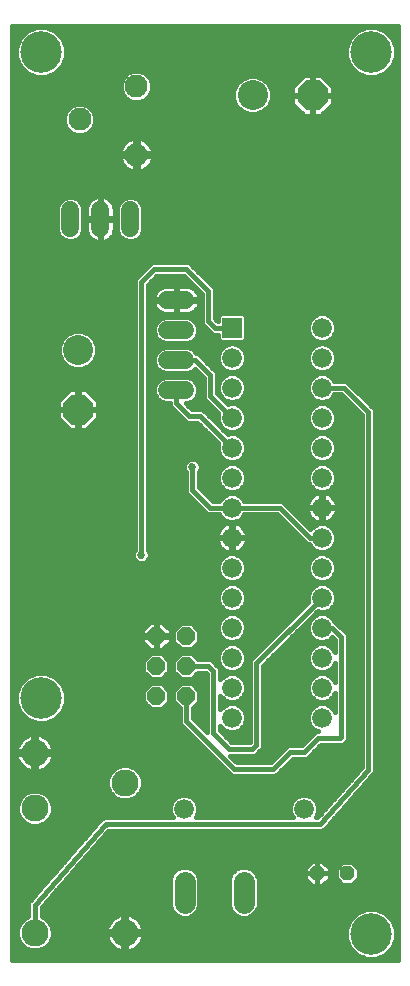
<source format=gbl>
G75*
%MOIN*%
%OFA0B0*%
%FSLAX25Y25*%
%IPPOS*%
%LPD*%
%AMOC8*
5,1,8,0,0,1.08239X$1,22.5*
%
%ADD10C,0.10000*%
%ADD11OC8,0.10000*%
%ADD12C,0.07050*%
%ADD13C,0.07677*%
%ADD14OC8,0.04800*%
%ADD15C,0.09000*%
%ADD16R,0.06600X0.06600*%
%ADD17C,0.06600*%
%ADD18OC8,0.06000*%
%ADD19C,0.06000*%
%ADD20C,0.01600*%
%ADD21C,0.03762*%
%ADD22C,0.02700*%
%ADD23C,0.13843*%
D10*
X0026049Y0207746D03*
X0084216Y0292617D03*
D11*
X0104216Y0292617D03*
X0026049Y0187746D03*
D12*
X0061603Y0030407D02*
X0061603Y0023357D01*
X0081288Y0023357D02*
X0081288Y0030407D01*
D13*
X0045462Y0272697D03*
X0045462Y0295532D03*
X0026565Y0284508D03*
D14*
X0105755Y0033214D03*
X0115755Y0033214D03*
D15*
X0041682Y0013417D03*
X0041682Y0063417D03*
X0011682Y0054917D03*
X0011682Y0073417D03*
X0011682Y0013417D03*
D16*
X0077272Y0215150D03*
D17*
X0077272Y0205150D03*
X0077272Y0195150D03*
X0077272Y0185150D03*
X0077272Y0175150D03*
X0077272Y0165150D03*
X0077272Y0155150D03*
X0077272Y0145150D03*
X0077272Y0135150D03*
X0077272Y0125150D03*
X0077272Y0115150D03*
X0077272Y0105150D03*
X0077272Y0095150D03*
X0077272Y0085150D03*
X0061459Y0054661D03*
X0101459Y0054661D03*
X0107272Y0085150D03*
X0107272Y0095150D03*
X0107272Y0105150D03*
X0107272Y0115150D03*
X0107272Y0125150D03*
X0107272Y0135150D03*
X0107272Y0145150D03*
X0107272Y0155150D03*
X0107272Y0165150D03*
X0107272Y0175150D03*
X0107272Y0185150D03*
X0107272Y0195150D03*
X0107272Y0205150D03*
X0107272Y0215150D03*
D18*
X0062128Y0112323D03*
X0062128Y0102323D03*
X0062128Y0092323D03*
X0052128Y0092323D03*
X0052128Y0102323D03*
X0052128Y0112323D03*
D19*
X0055794Y0194312D02*
X0061794Y0194312D01*
X0061794Y0204312D02*
X0055794Y0204312D01*
X0055794Y0214312D02*
X0061794Y0214312D01*
X0061794Y0224312D02*
X0055794Y0224312D01*
X0043463Y0248307D02*
X0043463Y0254307D01*
X0033463Y0254307D02*
X0033463Y0248307D01*
X0023463Y0248307D02*
X0023463Y0254307D01*
D20*
X0004100Y0315668D02*
X0004100Y0004300D01*
X0132820Y0004300D01*
X0132820Y0315668D01*
X0004100Y0315668D01*
X0004100Y0315308D02*
X0132820Y0315308D01*
X0132820Y0313710D02*
X0128816Y0313710D01*
X0128501Y0314024D02*
X0130842Y0311683D01*
X0132109Y0308625D01*
X0132109Y0305314D01*
X0130842Y0302256D01*
X0128501Y0299915D01*
X0125443Y0298648D01*
X0122133Y0298648D01*
X0119074Y0299915D01*
X0116733Y0302256D01*
X0115467Y0305314D01*
X0115467Y0308625D01*
X0116733Y0311683D01*
X0119074Y0314024D01*
X0122133Y0315291D01*
X0125443Y0315291D01*
X0128501Y0314024D01*
X0130414Y0312111D02*
X0132820Y0312111D01*
X0132820Y0310513D02*
X0131327Y0310513D01*
X0131989Y0308914D02*
X0132820Y0308914D01*
X0132820Y0307316D02*
X0132109Y0307316D01*
X0132109Y0305717D02*
X0132820Y0305717D01*
X0132820Y0304119D02*
X0131614Y0304119D01*
X0130952Y0302520D02*
X0132820Y0302520D01*
X0132820Y0300922D02*
X0129508Y0300922D01*
X0127072Y0299323D02*
X0132820Y0299323D01*
X0132820Y0297724D02*
X0108726Y0297724D01*
X0110324Y0296126D02*
X0132820Y0296126D01*
X0132820Y0294527D02*
X0111016Y0294527D01*
X0111016Y0295434D02*
X0111016Y0292817D01*
X0104416Y0292817D01*
X0104416Y0292417D01*
X0104416Y0285817D01*
X0107033Y0285817D01*
X0111016Y0289801D01*
X0111016Y0292417D01*
X0104416Y0292417D01*
X0104016Y0292417D01*
X0104016Y0285817D01*
X0101400Y0285817D01*
X0097416Y0289801D01*
X0097416Y0292417D01*
X0104016Y0292417D01*
X0104016Y0292817D01*
X0097416Y0292817D01*
X0097416Y0295434D01*
X0101400Y0299417D01*
X0104016Y0299417D01*
X0104016Y0292817D01*
X0104416Y0292817D01*
X0104416Y0299417D01*
X0107033Y0299417D01*
X0111016Y0295434D01*
X0111016Y0292929D02*
X0132820Y0292929D01*
X0132820Y0291330D02*
X0111016Y0291330D01*
X0110948Y0289732D02*
X0132820Y0289732D01*
X0132820Y0288133D02*
X0109349Y0288133D01*
X0107751Y0286535D02*
X0132820Y0286535D01*
X0132820Y0284936D02*
X0031803Y0284936D01*
X0031803Y0285550D02*
X0031803Y0283466D01*
X0031006Y0281541D01*
X0029532Y0280067D01*
X0027607Y0279270D01*
X0025523Y0279270D01*
X0023597Y0280067D01*
X0022124Y0281541D01*
X0021326Y0283466D01*
X0021326Y0285550D01*
X0022124Y0287476D01*
X0023597Y0288949D01*
X0025523Y0289747D01*
X0027607Y0289747D01*
X0029532Y0288949D01*
X0031006Y0287476D01*
X0031803Y0285550D01*
X0031395Y0286535D02*
X0082176Y0286535D01*
X0082943Y0286217D02*
X0080591Y0287192D01*
X0078791Y0288992D01*
X0077816Y0291344D01*
X0077816Y0293890D01*
X0078791Y0296243D01*
X0080591Y0298043D01*
X0082943Y0299017D01*
X0085489Y0299017D01*
X0087841Y0298043D01*
X0089642Y0296243D01*
X0090616Y0293890D01*
X0090616Y0291344D01*
X0089642Y0288992D01*
X0087841Y0287192D01*
X0085489Y0286217D01*
X0082943Y0286217D01*
X0086256Y0286535D02*
X0100682Y0286535D01*
X0099083Y0288133D02*
X0088783Y0288133D01*
X0089948Y0289732D02*
X0097485Y0289732D01*
X0097416Y0291330D02*
X0090610Y0291330D01*
X0090616Y0292929D02*
X0097416Y0292929D01*
X0097416Y0294527D02*
X0090352Y0294527D01*
X0089690Y0296126D02*
X0098108Y0296126D01*
X0099707Y0297724D02*
X0088160Y0297724D01*
X0080272Y0297724D02*
X0050224Y0297724D01*
X0049903Y0298499D02*
X0048430Y0299973D01*
X0046504Y0300770D01*
X0044420Y0300770D01*
X0042495Y0299973D01*
X0041021Y0298499D01*
X0040224Y0296574D01*
X0040224Y0294490D01*
X0041021Y0292564D01*
X0042495Y0291091D01*
X0044420Y0290293D01*
X0046504Y0290293D01*
X0048430Y0291091D01*
X0049903Y0292564D01*
X0050701Y0294490D01*
X0050701Y0296574D01*
X0049903Y0298499D01*
X0049079Y0299323D02*
X0101305Y0299323D01*
X0104016Y0299323D02*
X0104416Y0299323D01*
X0104416Y0297724D02*
X0104016Y0297724D01*
X0104016Y0296126D02*
X0104416Y0296126D01*
X0104416Y0294527D02*
X0104016Y0294527D01*
X0104016Y0292929D02*
X0104416Y0292929D01*
X0104416Y0291330D02*
X0104016Y0291330D01*
X0104016Y0289732D02*
X0104416Y0289732D01*
X0104416Y0288133D02*
X0104016Y0288133D01*
X0104016Y0286535D02*
X0104416Y0286535D01*
X0107127Y0299323D02*
X0120503Y0299323D01*
X0118068Y0300922D02*
X0019519Y0300922D01*
X0018512Y0299915D02*
X0020853Y0302256D01*
X0022120Y0305314D01*
X0022120Y0308625D01*
X0020853Y0311683D01*
X0018512Y0314024D01*
X0015454Y0315291D01*
X0012144Y0315291D01*
X0009085Y0314024D01*
X0006744Y0311683D01*
X0005478Y0308625D01*
X0005478Y0305314D01*
X0006744Y0302256D01*
X0009085Y0299915D01*
X0012144Y0298648D01*
X0015454Y0298648D01*
X0018512Y0299915D01*
X0017083Y0299323D02*
X0041845Y0299323D01*
X0040700Y0297724D02*
X0004100Y0297724D01*
X0004100Y0296126D02*
X0040224Y0296126D01*
X0040224Y0294527D02*
X0004100Y0294527D01*
X0004100Y0292929D02*
X0040870Y0292929D01*
X0042255Y0291330D02*
X0004100Y0291330D01*
X0004100Y0289732D02*
X0025487Y0289732D01*
X0027642Y0289732D02*
X0078484Y0289732D01*
X0077822Y0291330D02*
X0048670Y0291330D01*
X0050054Y0292929D02*
X0077816Y0292929D01*
X0078080Y0294527D02*
X0050701Y0294527D01*
X0050701Y0296126D02*
X0078742Y0296126D01*
X0079649Y0288133D02*
X0030348Y0288133D01*
X0031750Y0283338D02*
X0132820Y0283338D01*
X0132820Y0281739D02*
X0031088Y0281739D01*
X0029606Y0280141D02*
X0132820Y0280141D01*
X0132820Y0278542D02*
X0004100Y0278542D01*
X0004100Y0276944D02*
X0041735Y0276944D01*
X0041789Y0276998D02*
X0041161Y0276370D01*
X0040640Y0275652D01*
X0040237Y0274862D01*
X0039963Y0274017D01*
X0039829Y0273177D01*
X0044983Y0273177D01*
X0044983Y0278330D01*
X0044142Y0278197D01*
X0043298Y0277923D01*
X0042507Y0277520D01*
X0041789Y0276998D01*
X0040483Y0275345D02*
X0004100Y0275345D01*
X0004100Y0273747D02*
X0039920Y0273747D01*
X0039829Y0272218D02*
X0039963Y0271377D01*
X0040237Y0270533D01*
X0040640Y0269742D01*
X0041161Y0269024D01*
X0041789Y0268396D01*
X0042507Y0267875D01*
X0043298Y0267472D01*
X0044142Y0267197D01*
X0044983Y0267064D01*
X0044983Y0272217D01*
X0045942Y0272217D01*
X0045942Y0267064D01*
X0046783Y0267197D01*
X0047627Y0267472D01*
X0048418Y0267875D01*
X0049136Y0268396D01*
X0049763Y0269024D01*
X0050285Y0269742D01*
X0050688Y0270533D01*
X0050962Y0271377D01*
X0051095Y0272218D01*
X0045942Y0272218D01*
X0045942Y0273177D01*
X0044983Y0273177D01*
X0044983Y0272218D01*
X0039829Y0272218D01*
X0039840Y0272148D02*
X0004100Y0272148D01*
X0004100Y0270550D02*
X0040231Y0270550D01*
X0041234Y0268951D02*
X0004100Y0268951D01*
X0004100Y0267353D02*
X0043663Y0267353D01*
X0044983Y0267353D02*
X0045942Y0267353D01*
X0047261Y0267353D02*
X0132820Y0267353D01*
X0132820Y0268951D02*
X0049691Y0268951D01*
X0050693Y0270550D02*
X0132820Y0270550D01*
X0132820Y0272148D02*
X0051084Y0272148D01*
X0051095Y0273177D02*
X0050962Y0274017D01*
X0050688Y0274862D01*
X0050285Y0275652D01*
X0049763Y0276370D01*
X0049136Y0276998D01*
X0048418Y0277520D01*
X0047627Y0277923D01*
X0046783Y0278197D01*
X0045942Y0278330D01*
X0045942Y0273177D01*
X0051095Y0273177D01*
X0051005Y0273747D02*
X0132820Y0273747D01*
X0132820Y0275345D02*
X0050441Y0275345D01*
X0049190Y0276944D02*
X0132820Y0276944D01*
X0132820Y0265754D02*
X0004100Y0265754D01*
X0004100Y0264156D02*
X0132820Y0264156D01*
X0132820Y0262557D02*
X0004100Y0262557D01*
X0004100Y0260959D02*
X0132820Y0260959D01*
X0132820Y0259360D02*
X0004100Y0259360D01*
X0004100Y0257762D02*
X0020695Y0257762D01*
X0020971Y0258037D02*
X0019733Y0256800D01*
X0019063Y0255183D01*
X0019063Y0247432D01*
X0019733Y0245815D01*
X0020971Y0244577D01*
X0022588Y0243907D01*
X0024339Y0243907D01*
X0025956Y0244577D01*
X0027194Y0245815D01*
X0027863Y0247432D01*
X0027863Y0255183D01*
X0027194Y0256800D01*
X0025956Y0258037D01*
X0024339Y0258707D01*
X0022588Y0258707D01*
X0020971Y0258037D01*
X0019470Y0256163D02*
X0004100Y0256163D01*
X0004100Y0254565D02*
X0019063Y0254565D01*
X0019063Y0252966D02*
X0004100Y0252966D01*
X0004100Y0251368D02*
X0019063Y0251368D01*
X0019063Y0249769D02*
X0004100Y0249769D01*
X0004100Y0248171D02*
X0019063Y0248171D01*
X0019420Y0246572D02*
X0004100Y0246572D01*
X0004100Y0244974D02*
X0020575Y0244974D01*
X0026352Y0244974D02*
X0030009Y0244974D01*
X0029802Y0245180D02*
X0030337Y0244646D01*
X0030948Y0244202D01*
X0031621Y0243859D01*
X0032339Y0243625D01*
X0033086Y0243507D01*
X0033263Y0243507D01*
X0033263Y0251107D01*
X0028663Y0251107D01*
X0028663Y0247930D01*
X0028782Y0247183D01*
X0029015Y0246465D01*
X0029358Y0245792D01*
X0029802Y0245180D01*
X0028980Y0246572D02*
X0027507Y0246572D01*
X0027863Y0248171D02*
X0028663Y0248171D01*
X0028663Y0249769D02*
X0027863Y0249769D01*
X0027863Y0251368D02*
X0033263Y0251368D01*
X0033263Y0251507D02*
X0033263Y0251107D01*
X0033663Y0251107D01*
X0033663Y0243507D01*
X0033841Y0243507D01*
X0034588Y0243625D01*
X0035306Y0243859D01*
X0035979Y0244202D01*
X0036590Y0244646D01*
X0037125Y0245180D01*
X0037569Y0245792D01*
X0037912Y0246465D01*
X0038145Y0247183D01*
X0038263Y0247930D01*
X0038263Y0251107D01*
X0033664Y0251107D01*
X0033664Y0251507D01*
X0038263Y0251507D01*
X0038263Y0254685D01*
X0038145Y0255431D01*
X0037912Y0256150D01*
X0037569Y0256823D01*
X0037125Y0257434D01*
X0036590Y0257969D01*
X0035979Y0258413D01*
X0035306Y0258756D01*
X0034588Y0258989D01*
X0033841Y0259107D01*
X0033663Y0259107D01*
X0033663Y0251507D01*
X0033263Y0251507D01*
X0028663Y0251507D01*
X0028663Y0254685D01*
X0028782Y0255431D01*
X0029015Y0256150D01*
X0029358Y0256823D01*
X0029802Y0257434D01*
X0030337Y0257969D01*
X0030948Y0258413D01*
X0031621Y0258756D01*
X0032339Y0258989D01*
X0033086Y0259107D01*
X0033263Y0259107D01*
X0033263Y0251507D01*
X0033664Y0251368D02*
X0039063Y0251368D01*
X0039063Y0252966D02*
X0038263Y0252966D01*
X0038263Y0254565D02*
X0039063Y0254565D01*
X0039063Y0255183D02*
X0039733Y0256800D01*
X0040971Y0258037D01*
X0042588Y0258707D01*
X0044339Y0258707D01*
X0045956Y0258037D01*
X0047194Y0256800D01*
X0047863Y0255183D01*
X0047863Y0247432D01*
X0047194Y0245815D01*
X0045956Y0244577D01*
X0044339Y0243907D01*
X0042588Y0243907D01*
X0040971Y0244577D01*
X0039733Y0245815D01*
X0039063Y0247432D01*
X0039063Y0255183D01*
X0039470Y0256163D02*
X0037905Y0256163D01*
X0036797Y0257762D02*
X0040695Y0257762D01*
X0039063Y0249769D02*
X0038263Y0249769D01*
X0038263Y0248171D02*
X0039063Y0248171D01*
X0039420Y0246572D02*
X0037947Y0246572D01*
X0036918Y0244974D02*
X0040575Y0244974D01*
X0046352Y0244974D02*
X0132820Y0244974D01*
X0132820Y0246572D02*
X0047507Y0246572D01*
X0047863Y0248171D02*
X0132820Y0248171D01*
X0132820Y0249769D02*
X0047863Y0249769D01*
X0047863Y0251368D02*
X0132820Y0251368D01*
X0132820Y0252966D02*
X0047863Y0252966D01*
X0047863Y0254565D02*
X0132820Y0254565D01*
X0132820Y0256163D02*
X0047457Y0256163D01*
X0046232Y0257762D02*
X0132820Y0257762D01*
X0132820Y0243375D02*
X0004100Y0243375D01*
X0004100Y0241777D02*
X0132820Y0241777D01*
X0132820Y0240178D02*
X0004100Y0240178D01*
X0004100Y0238580D02*
X0132820Y0238580D01*
X0132820Y0236981D02*
X0004100Y0236981D01*
X0004100Y0235383D02*
X0049090Y0235383D01*
X0049262Y0235555D02*
X0044929Y0231222D01*
X0044929Y0141009D01*
X0044797Y0140877D01*
X0044379Y0139867D01*
X0044379Y0138772D01*
X0044797Y0137762D01*
X0045571Y0136988D01*
X0046582Y0136570D01*
X0047676Y0136570D01*
X0048687Y0136988D01*
X0049460Y0137762D01*
X0049879Y0138772D01*
X0049879Y0139867D01*
X0049460Y0140877D01*
X0049329Y0141009D01*
X0049329Y0229399D01*
X0052373Y0232443D01*
X0061216Y0232443D01*
X0067260Y0226399D01*
X0067260Y0216400D01*
X0069593Y0214067D01*
X0070882Y0212779D01*
X0072572Y0212779D01*
X0072572Y0211270D01*
X0073393Y0210450D01*
X0081152Y0210450D01*
X0081972Y0211270D01*
X0081972Y0219029D01*
X0081152Y0219849D01*
X0073393Y0219849D01*
X0072572Y0219029D01*
X0072572Y0217310D01*
X0071660Y0218223D01*
X0071660Y0228222D01*
X0070371Y0229511D01*
X0063039Y0236843D01*
X0050550Y0236843D01*
X0049262Y0235555D01*
X0047491Y0233784D02*
X0004100Y0233784D01*
X0004100Y0232186D02*
X0045893Y0232186D01*
X0044929Y0230587D02*
X0004100Y0230587D01*
X0004100Y0228989D02*
X0044929Y0228989D01*
X0044929Y0227390D02*
X0004100Y0227390D01*
X0004100Y0225791D02*
X0044929Y0225791D01*
X0044929Y0224193D02*
X0004100Y0224193D01*
X0004100Y0222594D02*
X0044929Y0222594D01*
X0044929Y0220996D02*
X0004100Y0220996D01*
X0004100Y0219397D02*
X0044929Y0219397D01*
X0044929Y0217799D02*
X0004100Y0217799D01*
X0004100Y0216200D02*
X0044929Y0216200D01*
X0044929Y0214602D02*
X0004100Y0214602D01*
X0004100Y0213003D02*
X0022256Y0213003D01*
X0022424Y0213171D02*
X0020624Y0211371D01*
X0019649Y0209019D01*
X0019649Y0206473D01*
X0020624Y0204120D01*
X0022424Y0202320D01*
X0024776Y0201346D01*
X0027322Y0201346D01*
X0029675Y0202320D01*
X0031475Y0204120D01*
X0032449Y0206473D01*
X0032449Y0209019D01*
X0031475Y0211371D01*
X0029675Y0213171D01*
X0027322Y0214146D01*
X0024776Y0214146D01*
X0022424Y0213171D01*
X0020657Y0211405D02*
X0004100Y0211405D01*
X0004100Y0209806D02*
X0019976Y0209806D01*
X0019649Y0208208D02*
X0004100Y0208208D01*
X0004100Y0206609D02*
X0019649Y0206609D01*
X0020255Y0205011D02*
X0004100Y0205011D01*
X0004100Y0203412D02*
X0021332Y0203412D01*
X0023646Y0201814D02*
X0004100Y0201814D01*
X0004100Y0200215D02*
X0044929Y0200215D01*
X0044929Y0198617D02*
X0004100Y0198617D01*
X0004100Y0197018D02*
X0044929Y0197018D01*
X0044929Y0195420D02*
X0004100Y0195420D01*
X0004100Y0193821D02*
X0022508Y0193821D01*
X0023233Y0194546D02*
X0019249Y0190562D01*
X0019249Y0187946D01*
X0025849Y0187946D01*
X0025849Y0194546D01*
X0023233Y0194546D01*
X0020910Y0192223D02*
X0004100Y0192223D01*
X0004100Y0190624D02*
X0019311Y0190624D01*
X0019249Y0189026D02*
X0004100Y0189026D01*
X0004100Y0187427D02*
X0019249Y0187427D01*
X0019249Y0187546D02*
X0019249Y0184929D01*
X0023233Y0180946D01*
X0025849Y0180946D01*
X0025849Y0187546D01*
X0019249Y0187546D01*
X0019249Y0185829D02*
X0004100Y0185829D01*
X0004100Y0184230D02*
X0019948Y0184230D01*
X0021547Y0182632D02*
X0004100Y0182632D01*
X0004100Y0181033D02*
X0023145Y0181033D01*
X0025849Y0181033D02*
X0026249Y0181033D01*
X0026249Y0180946D02*
X0028866Y0180946D01*
X0032849Y0184929D01*
X0032849Y0187546D01*
X0026249Y0187546D01*
X0026249Y0187946D01*
X0025849Y0187946D01*
X0025849Y0187546D01*
X0026249Y0187546D01*
X0026249Y0180946D01*
X0026249Y0182632D02*
X0025849Y0182632D01*
X0025849Y0184230D02*
X0026249Y0184230D01*
X0026249Y0185829D02*
X0025849Y0185829D01*
X0025849Y0187427D02*
X0026249Y0187427D01*
X0026249Y0187946D02*
X0032849Y0187946D01*
X0032849Y0190562D01*
X0028866Y0194546D01*
X0026249Y0194546D01*
X0026249Y0187946D01*
X0026249Y0189026D02*
X0025849Y0189026D01*
X0025849Y0190624D02*
X0026249Y0190624D01*
X0026249Y0192223D02*
X0025849Y0192223D01*
X0025849Y0193821D02*
X0026249Y0193821D01*
X0029590Y0193821D02*
X0044929Y0193821D01*
X0044929Y0192223D02*
X0031189Y0192223D01*
X0032787Y0190624D02*
X0044929Y0190624D01*
X0044929Y0189026D02*
X0032849Y0189026D01*
X0032849Y0187427D02*
X0044929Y0187427D01*
X0044929Y0185829D02*
X0032849Y0185829D01*
X0032150Y0184230D02*
X0044929Y0184230D01*
X0044929Y0182632D02*
X0030552Y0182632D01*
X0028953Y0181033D02*
X0044929Y0181033D01*
X0044929Y0179435D02*
X0004100Y0179435D01*
X0004100Y0177836D02*
X0044929Y0177836D01*
X0044929Y0176238D02*
X0004100Y0176238D01*
X0004100Y0174639D02*
X0044929Y0174639D01*
X0044929Y0173041D02*
X0004100Y0173041D01*
X0004100Y0171442D02*
X0044929Y0171442D01*
X0044929Y0169844D02*
X0004100Y0169844D01*
X0004100Y0168245D02*
X0044929Y0168245D01*
X0044929Y0166647D02*
X0004100Y0166647D01*
X0004100Y0165048D02*
X0044929Y0165048D01*
X0044929Y0163450D02*
X0004100Y0163450D01*
X0004100Y0161851D02*
X0044929Y0161851D01*
X0044929Y0160253D02*
X0004100Y0160253D01*
X0004100Y0158654D02*
X0044929Y0158654D01*
X0044929Y0157055D02*
X0004100Y0157055D01*
X0004100Y0155457D02*
X0044929Y0155457D01*
X0044929Y0153858D02*
X0004100Y0153858D01*
X0004100Y0152260D02*
X0044929Y0152260D01*
X0044929Y0150661D02*
X0004100Y0150661D01*
X0004100Y0149063D02*
X0044929Y0149063D01*
X0044929Y0147464D02*
X0004100Y0147464D01*
X0004100Y0145866D02*
X0044929Y0145866D01*
X0044929Y0144267D02*
X0004100Y0144267D01*
X0004100Y0142669D02*
X0044929Y0142669D01*
X0044929Y0141070D02*
X0004100Y0141070D01*
X0004100Y0139472D02*
X0044379Y0139472D01*
X0044751Y0137873D02*
X0004100Y0137873D01*
X0004100Y0136275D02*
X0072651Y0136275D01*
X0072572Y0136084D02*
X0073288Y0137812D01*
X0074610Y0139134D01*
X0076338Y0139849D01*
X0078207Y0139849D01*
X0079935Y0139134D01*
X0081257Y0137812D01*
X0081972Y0136084D01*
X0081972Y0134215D01*
X0081257Y0132487D01*
X0079935Y0131165D01*
X0078207Y0130450D01*
X0076338Y0130450D01*
X0074610Y0131165D01*
X0073288Y0132487D01*
X0072572Y0134215D01*
X0072572Y0136084D01*
X0072572Y0134676D02*
X0004100Y0134676D01*
X0004100Y0133078D02*
X0073043Y0133078D01*
X0074296Y0131479D02*
X0004100Y0131479D01*
X0004100Y0129881D02*
X0120663Y0129881D01*
X0120663Y0131479D02*
X0110249Y0131479D01*
X0109935Y0131165D02*
X0111257Y0132487D01*
X0111972Y0134215D01*
X0111972Y0136084D01*
X0111257Y0137812D01*
X0109935Y0139134D01*
X0108207Y0139849D01*
X0106338Y0139849D01*
X0104610Y0139134D01*
X0103288Y0137812D01*
X0102572Y0136084D01*
X0102572Y0134215D01*
X0103288Y0132487D01*
X0104610Y0131165D01*
X0106338Y0130450D01*
X0108207Y0130450D01*
X0109935Y0131165D01*
X0109935Y0129134D02*
X0108207Y0129849D01*
X0106338Y0129849D01*
X0104610Y0129134D01*
X0103288Y0127812D01*
X0102572Y0126084D01*
X0102572Y0124215D01*
X0102764Y0123752D01*
X0084547Y0105535D01*
X0083258Y0104247D01*
X0083258Y0076904D01*
X0083214Y0076859D01*
X0077370Y0076859D01*
X0073326Y0080903D01*
X0073326Y0082449D01*
X0074610Y0081165D01*
X0076338Y0080450D01*
X0078207Y0080450D01*
X0079935Y0081165D01*
X0081257Y0082487D01*
X0081972Y0084215D01*
X0081972Y0086084D01*
X0081257Y0087812D01*
X0079935Y0089134D01*
X0078207Y0089849D01*
X0076338Y0089849D01*
X0074610Y0089134D01*
X0073326Y0087850D01*
X0073326Y0092449D01*
X0074610Y0091165D01*
X0076338Y0090450D01*
X0078207Y0090450D01*
X0079935Y0091165D01*
X0081257Y0092487D01*
X0081972Y0094215D01*
X0081972Y0096084D01*
X0081257Y0097812D01*
X0079935Y0099134D01*
X0078207Y0099849D01*
X0076338Y0099849D01*
X0074610Y0099134D01*
X0073326Y0097850D01*
X0073326Y0101568D01*
X0070371Y0104523D01*
X0066150Y0104523D01*
X0063950Y0106723D01*
X0060305Y0106723D01*
X0057728Y0104146D01*
X0057728Y0100501D01*
X0060305Y0097923D01*
X0063950Y0097923D01*
X0066150Y0100123D01*
X0068549Y0100123D01*
X0068926Y0099745D01*
X0068926Y0080304D01*
X0064327Y0084903D01*
X0064328Y0088300D01*
X0066528Y0090501D01*
X0066528Y0094146D01*
X0063950Y0096723D01*
X0060305Y0096723D01*
X0057728Y0094146D01*
X0057728Y0090501D01*
X0059928Y0088301D01*
X0059927Y0084903D01*
X0059927Y0083912D01*
X0059927Y0083081D01*
X0059927Y0083080D01*
X0060620Y0082388D01*
X0061216Y0081792D01*
X0077214Y0065793D01*
X0092036Y0065793D01*
X0093324Y0067082D01*
X0097702Y0071459D01*
X0102368Y0071459D01*
X0103657Y0072748D01*
X0107034Y0076126D01*
X0114367Y0076126D01*
X0115655Y0077414D01*
X0115989Y0077748D01*
X0115989Y0112900D01*
X0114700Y0114189D01*
X0112828Y0116061D01*
X0111539Y0117349D01*
X0111448Y0117349D01*
X0111257Y0117812D01*
X0109935Y0119134D01*
X0108207Y0119849D01*
X0106338Y0119849D01*
X0104610Y0119134D01*
X0103288Y0117812D01*
X0102572Y0116084D01*
X0102572Y0114215D01*
X0103288Y0112487D01*
X0104610Y0111165D01*
X0106338Y0110450D01*
X0108207Y0110450D01*
X0109935Y0111165D01*
X0110718Y0111948D01*
X0111589Y0111078D01*
X0111589Y0107011D01*
X0111257Y0107812D01*
X0109935Y0109134D01*
X0108207Y0109849D01*
X0106338Y0109849D01*
X0104610Y0109134D01*
X0103288Y0107812D01*
X0102572Y0106084D01*
X0102572Y0104215D01*
X0103288Y0102487D01*
X0104610Y0101165D01*
X0106338Y0100450D01*
X0108207Y0100450D01*
X0109935Y0101165D01*
X0111257Y0102487D01*
X0111589Y0103288D01*
X0111589Y0097011D01*
X0111257Y0097812D01*
X0109935Y0099134D01*
X0108207Y0099849D01*
X0106338Y0099849D01*
X0104610Y0099134D01*
X0103288Y0097812D01*
X0102572Y0096084D01*
X0102572Y0094215D01*
X0103288Y0092487D01*
X0104610Y0091165D01*
X0106338Y0090450D01*
X0108207Y0090450D01*
X0109935Y0091165D01*
X0111257Y0092487D01*
X0111589Y0093288D01*
X0111589Y0087011D01*
X0111257Y0087812D01*
X0109935Y0089134D01*
X0108207Y0089849D01*
X0106338Y0089849D01*
X0104610Y0089134D01*
X0103288Y0087812D01*
X0102572Y0086084D01*
X0102572Y0084215D01*
X0103288Y0082487D01*
X0104610Y0081165D01*
X0106154Y0080526D01*
X0105212Y0080526D01*
X0100545Y0075859D01*
X0095879Y0075859D01*
X0090213Y0070193D01*
X0079037Y0070193D01*
X0076771Y0072459D01*
X0085036Y0072459D01*
X0086325Y0073748D01*
X0086370Y0073793D01*
X0087658Y0075081D01*
X0087658Y0102424D01*
X0105875Y0120641D01*
X0106338Y0120450D01*
X0108207Y0120450D01*
X0109935Y0121165D01*
X0111257Y0122487D01*
X0111972Y0124215D01*
X0111972Y0126084D01*
X0111257Y0127812D01*
X0109935Y0129134D01*
X0110786Y0128282D02*
X0120663Y0128282D01*
X0120663Y0126684D02*
X0111724Y0126684D01*
X0111972Y0125085D02*
X0120663Y0125085D01*
X0120663Y0123487D02*
X0111671Y0123487D01*
X0110658Y0121888D02*
X0120663Y0121888D01*
X0120663Y0120290D02*
X0105524Y0120290D01*
X0104167Y0118691D02*
X0103925Y0118691D01*
X0102990Y0117093D02*
X0102327Y0117093D01*
X0102572Y0115494D02*
X0100728Y0115494D01*
X0099130Y0113896D02*
X0102705Y0113896D01*
X0103478Y0112297D02*
X0097531Y0112297D01*
X0095933Y0110699D02*
X0105736Y0110699D01*
X0104576Y0109100D02*
X0094334Y0109100D01*
X0092736Y0107502D02*
X0103159Y0107502D01*
X0102572Y0105903D02*
X0091137Y0105903D01*
X0089539Y0104305D02*
X0102572Y0104305D01*
X0103197Y0102706D02*
X0087940Y0102706D01*
X0087658Y0101108D02*
X0104749Y0101108D01*
X0105516Y0099509D02*
X0087658Y0099509D01*
X0087658Y0097911D02*
X0103387Y0097911D01*
X0102667Y0096312D02*
X0087658Y0096312D01*
X0087658Y0094714D02*
X0102572Y0094714D01*
X0103028Y0093115D02*
X0087658Y0093115D01*
X0087658Y0091517D02*
X0104259Y0091517D01*
X0103796Y0088320D02*
X0087658Y0088320D01*
X0087658Y0089918D02*
X0111589Y0089918D01*
X0111589Y0088320D02*
X0110749Y0088320D01*
X0110286Y0091517D02*
X0111589Y0091517D01*
X0111589Y0093115D02*
X0111517Y0093115D01*
X0111589Y0097911D02*
X0111158Y0097911D01*
X0111589Y0099509D02*
X0109029Y0099509D01*
X0109796Y0101108D02*
X0111589Y0101108D01*
X0111589Y0102706D02*
X0111348Y0102706D01*
X0111385Y0107502D02*
X0111589Y0107502D01*
X0111589Y0109100D02*
X0109969Y0109100D01*
X0108809Y0110699D02*
X0111589Y0110699D01*
X0113789Y0111989D02*
X0110628Y0115150D01*
X0107272Y0115150D01*
X0110378Y0118691D02*
X0120663Y0118691D01*
X0120663Y0117093D02*
X0111796Y0117093D01*
X0112828Y0116061D02*
X0112828Y0116061D01*
X0113395Y0115494D02*
X0120663Y0115494D01*
X0120663Y0113896D02*
X0114993Y0113896D01*
X0114700Y0114189D02*
X0114700Y0114189D01*
X0115989Y0112297D02*
X0120663Y0112297D01*
X0120663Y0110699D02*
X0115989Y0110699D01*
X0115989Y0109100D02*
X0120663Y0109100D01*
X0120663Y0107502D02*
X0115989Y0107502D01*
X0115989Y0105903D02*
X0120663Y0105903D01*
X0120663Y0104305D02*
X0115989Y0104305D01*
X0115989Y0102706D02*
X0120663Y0102706D01*
X0120663Y0101108D02*
X0115989Y0101108D01*
X0115989Y0099509D02*
X0120663Y0099509D01*
X0120663Y0097911D02*
X0115989Y0097911D01*
X0115989Y0096312D02*
X0120663Y0096312D01*
X0120663Y0094714D02*
X0115989Y0094714D01*
X0115989Y0093115D02*
X0120663Y0093115D01*
X0120663Y0091517D02*
X0115989Y0091517D01*
X0115989Y0089918D02*
X0120663Y0089918D01*
X0120663Y0088320D02*
X0115989Y0088320D01*
X0115989Y0086721D02*
X0120663Y0086721D01*
X0120663Y0085122D02*
X0115989Y0085122D01*
X0115989Y0083524D02*
X0120663Y0083524D01*
X0120663Y0081925D02*
X0115989Y0081925D01*
X0115989Y0080327D02*
X0120663Y0080327D01*
X0120663Y0078728D02*
X0115989Y0078728D01*
X0115371Y0077130D02*
X0120663Y0077130D01*
X0120663Y0075531D02*
X0106440Y0075531D01*
X0104841Y0073933D02*
X0120663Y0073933D01*
X0120663Y0072334D02*
X0103243Y0072334D01*
X0101457Y0073659D02*
X0096790Y0073659D01*
X0091124Y0067993D01*
X0078126Y0067993D01*
X0062127Y0083992D01*
X0062128Y0092323D01*
X0064347Y0088320D02*
X0068926Y0088320D01*
X0068926Y0089918D02*
X0065945Y0089918D01*
X0066528Y0091517D02*
X0068926Y0091517D01*
X0068926Y0093115D02*
X0066528Y0093115D01*
X0065960Y0094714D02*
X0068926Y0094714D01*
X0068926Y0096312D02*
X0064361Y0096312D01*
X0065536Y0099509D02*
X0068926Y0099509D01*
X0068926Y0097911D02*
X0019314Y0097911D01*
X0018512Y0098712D02*
X0015454Y0099979D01*
X0012144Y0099979D01*
X0009085Y0098712D01*
X0006744Y0096371D01*
X0005478Y0093313D01*
X0005478Y0090002D01*
X0006744Y0086944D01*
X0009085Y0084603D01*
X0012144Y0083336D01*
X0015454Y0083336D01*
X0018512Y0084603D01*
X0020853Y0086944D01*
X0022120Y0090002D01*
X0022120Y0093313D01*
X0020853Y0096371D01*
X0018512Y0098712D01*
X0016588Y0099509D02*
X0048719Y0099509D01*
X0047728Y0100501D02*
X0047728Y0104146D01*
X0050305Y0106723D01*
X0053950Y0106723D01*
X0056528Y0104146D01*
X0056528Y0100501D01*
X0053950Y0097923D01*
X0050305Y0097923D01*
X0047728Y0100501D01*
X0047728Y0101108D02*
X0004100Y0101108D01*
X0004100Y0102706D02*
X0047728Y0102706D01*
X0047887Y0104305D02*
X0004100Y0104305D01*
X0004100Y0105903D02*
X0049485Y0105903D01*
X0050140Y0107523D02*
X0047328Y0110335D01*
X0047328Y0112123D01*
X0051928Y0112123D01*
X0052328Y0112123D01*
X0052328Y0112523D01*
X0056928Y0112523D01*
X0056928Y0114311D01*
X0054116Y0117123D01*
X0052328Y0117123D01*
X0052328Y0112523D01*
X0051928Y0112523D01*
X0051928Y0112123D01*
X0051928Y0107523D01*
X0050140Y0107523D01*
X0048563Y0109100D02*
X0004100Y0109100D01*
X0004100Y0107502D02*
X0073159Y0107502D01*
X0073288Y0107812D02*
X0072572Y0106084D01*
X0072572Y0104215D01*
X0073288Y0102487D01*
X0074610Y0101165D01*
X0076338Y0100450D01*
X0078207Y0100450D01*
X0079935Y0101165D01*
X0081257Y0102487D01*
X0081972Y0104215D01*
X0081972Y0106084D01*
X0081257Y0107812D01*
X0079935Y0109134D01*
X0078207Y0109849D01*
X0076338Y0109849D01*
X0074610Y0109134D01*
X0073288Y0107812D01*
X0074576Y0109100D02*
X0065127Y0109100D01*
X0063950Y0107923D02*
X0066528Y0110501D01*
X0066528Y0114146D01*
X0063950Y0116723D01*
X0060305Y0116723D01*
X0057728Y0114146D01*
X0057728Y0110501D01*
X0060305Y0107923D01*
X0063950Y0107923D01*
X0064770Y0105903D02*
X0072572Y0105903D01*
X0072572Y0104305D02*
X0070590Y0104305D01*
X0072188Y0102706D02*
X0073197Y0102706D01*
X0073326Y0101108D02*
X0074749Y0101108D01*
X0075516Y0099509D02*
X0073326Y0099509D01*
X0073326Y0097911D02*
X0073387Y0097911D01*
X0071126Y0100657D02*
X0069460Y0102323D01*
X0063128Y0102323D01*
X0062128Y0102323D01*
X0059485Y0105903D02*
X0054770Y0105903D01*
X0054116Y0107523D02*
X0052328Y0107523D01*
X0052328Y0112123D01*
X0056928Y0112123D01*
X0056928Y0110335D01*
X0054116Y0107523D01*
X0055693Y0109100D02*
X0059128Y0109100D01*
X0057728Y0110699D02*
X0056928Y0110699D01*
X0057728Y0112297D02*
X0052328Y0112297D01*
X0051928Y0112297D02*
X0004100Y0112297D01*
X0004100Y0110699D02*
X0047328Y0110699D01*
X0047328Y0112523D02*
X0051928Y0112523D01*
X0051928Y0117123D01*
X0050140Y0117123D01*
X0047328Y0114311D01*
X0047328Y0112523D01*
X0047328Y0113896D02*
X0004100Y0113896D01*
X0004100Y0115494D02*
X0048511Y0115494D01*
X0050109Y0117093D02*
X0004100Y0117093D01*
X0004100Y0118691D02*
X0074167Y0118691D01*
X0074610Y0119134D02*
X0073288Y0117812D01*
X0072572Y0116084D01*
X0072572Y0114215D01*
X0073288Y0112487D01*
X0074610Y0111165D01*
X0076338Y0110450D01*
X0078207Y0110450D01*
X0079935Y0111165D01*
X0081257Y0112487D01*
X0081972Y0114215D01*
X0081972Y0116084D01*
X0081257Y0117812D01*
X0079935Y0119134D01*
X0078207Y0119849D01*
X0076338Y0119849D01*
X0074610Y0119134D01*
X0074610Y0121165D02*
X0073288Y0122487D01*
X0072572Y0124215D01*
X0072572Y0126084D01*
X0073288Y0127812D01*
X0074610Y0129134D01*
X0076338Y0129849D01*
X0078207Y0129849D01*
X0079935Y0129134D01*
X0081257Y0127812D01*
X0081972Y0126084D01*
X0081972Y0124215D01*
X0081257Y0122487D01*
X0079935Y0121165D01*
X0078207Y0120450D01*
X0076338Y0120450D01*
X0074610Y0121165D01*
X0073887Y0121888D02*
X0004100Y0121888D01*
X0004100Y0120290D02*
X0099301Y0120290D01*
X0097703Y0118691D02*
X0080378Y0118691D01*
X0081555Y0117093D02*
X0096104Y0117093D01*
X0094506Y0115494D02*
X0081972Y0115494D01*
X0081840Y0113896D02*
X0092907Y0113896D01*
X0091309Y0112297D02*
X0081067Y0112297D01*
X0079969Y0109100D02*
X0088112Y0109100D01*
X0089710Y0110699D02*
X0078809Y0110699D01*
X0075736Y0110699D02*
X0066528Y0110699D01*
X0066528Y0112297D02*
X0073478Y0112297D01*
X0072705Y0113896D02*
X0066528Y0113896D01*
X0065179Y0115494D02*
X0072572Y0115494D01*
X0072990Y0117093D02*
X0054147Y0117093D01*
X0052328Y0117093D02*
X0051928Y0117093D01*
X0051928Y0115494D02*
X0052328Y0115494D01*
X0052328Y0113896D02*
X0051928Y0113896D01*
X0051928Y0110699D02*
X0052328Y0110699D01*
X0052328Y0109100D02*
X0051928Y0109100D01*
X0055745Y0115494D02*
X0059076Y0115494D01*
X0057728Y0113896D02*
X0056928Y0113896D01*
X0056369Y0104305D02*
X0057887Y0104305D01*
X0057728Y0102706D02*
X0056528Y0102706D01*
X0056528Y0101108D02*
X0057728Y0101108D01*
X0058719Y0099509D02*
X0055536Y0099509D01*
X0053950Y0096723D02*
X0050305Y0096723D01*
X0047728Y0094146D01*
X0047728Y0090501D01*
X0050305Y0087923D01*
X0053950Y0087923D01*
X0056528Y0090501D01*
X0056528Y0094146D01*
X0053950Y0096723D01*
X0054361Y0096312D02*
X0059894Y0096312D01*
X0058296Y0094714D02*
X0055960Y0094714D01*
X0056528Y0093115D02*
X0057728Y0093115D01*
X0057728Y0091517D02*
X0056528Y0091517D01*
X0055945Y0089918D02*
X0058310Y0089918D01*
X0059909Y0088320D02*
X0054347Y0088320D01*
X0049909Y0088320D02*
X0021423Y0088320D01*
X0022085Y0089918D02*
X0048310Y0089918D01*
X0047728Y0091517D02*
X0022120Y0091517D01*
X0022120Y0093115D02*
X0047728Y0093115D01*
X0048296Y0094714D02*
X0021540Y0094714D01*
X0020878Y0096312D02*
X0049894Y0096312D01*
X0059928Y0086721D02*
X0020630Y0086721D01*
X0019032Y0085122D02*
X0059927Y0085122D01*
X0059927Y0084903D02*
X0059927Y0084903D01*
X0059927Y0083524D02*
X0015907Y0083524D01*
X0014100Y0079256D02*
X0013157Y0079562D01*
X0012178Y0079717D01*
X0012161Y0079717D01*
X0012161Y0073897D01*
X0011202Y0073897D01*
X0011202Y0072938D01*
X0005382Y0072938D01*
X0005382Y0072921D01*
X0005537Y0071942D01*
X0005843Y0070999D01*
X0006294Y0070115D01*
X0006877Y0069313D01*
X0007578Y0068612D01*
X0008380Y0068029D01*
X0009264Y0067579D01*
X0010207Y0067272D01*
X0011186Y0067117D01*
X0011202Y0067117D01*
X0011202Y0072938D01*
X0012161Y0072938D01*
X0012161Y0067117D01*
X0012178Y0067117D01*
X0013157Y0067272D01*
X0014100Y0067579D01*
X0014984Y0068029D01*
X0015786Y0068612D01*
X0016487Y0069313D01*
X0017070Y0070115D01*
X0017520Y0070999D01*
X0017827Y0071942D01*
X0017982Y0072921D01*
X0017982Y0072938D01*
X0012161Y0072938D01*
X0012161Y0073897D01*
X0017982Y0073897D01*
X0017982Y0073913D01*
X0017827Y0074892D01*
X0017520Y0075836D01*
X0017070Y0076719D01*
X0016487Y0077521D01*
X0015786Y0078223D01*
X0014984Y0078805D01*
X0014100Y0079256D01*
X0015090Y0078728D02*
X0064279Y0078728D01*
X0062681Y0080327D02*
X0004100Y0080327D01*
X0004100Y0081925D02*
X0061082Y0081925D01*
X0061216Y0081792D02*
X0061216Y0081792D01*
X0059927Y0083080D02*
X0059927Y0083080D01*
X0064327Y0085122D02*
X0068926Y0085122D01*
X0068926Y0083524D02*
X0065706Y0083524D01*
X0064327Y0086721D02*
X0068926Y0086721D01*
X0068926Y0081925D02*
X0067305Y0081925D01*
X0068903Y0080327D02*
X0068926Y0080327D01*
X0071126Y0079992D02*
X0071126Y0100657D01*
X0073326Y0091517D02*
X0074259Y0091517D01*
X0073326Y0089918D02*
X0083258Y0089918D01*
X0083258Y0088320D02*
X0080749Y0088320D01*
X0081709Y0086721D02*
X0083258Y0086721D01*
X0083258Y0085122D02*
X0081972Y0085122D01*
X0081686Y0083524D02*
X0083258Y0083524D01*
X0083258Y0081925D02*
X0080695Y0081925D01*
X0083258Y0080327D02*
X0073903Y0080327D01*
X0073850Y0081925D02*
X0073326Y0081925D01*
X0071126Y0079992D02*
X0076459Y0074659D01*
X0084125Y0074659D01*
X0085458Y0075993D01*
X0085458Y0103335D01*
X0107272Y0125150D01*
X0104296Y0131479D02*
X0080249Y0131479D01*
X0081502Y0133078D02*
X0103043Y0133078D01*
X0102572Y0134676D02*
X0081972Y0134676D01*
X0081894Y0136275D02*
X0102651Y0136275D01*
X0103349Y0137873D02*
X0081195Y0137873D01*
X0079945Y0140788D02*
X0080595Y0141259D01*
X0081162Y0141827D01*
X0081634Y0142477D01*
X0081999Y0143192D01*
X0082247Y0143955D01*
X0082372Y0144748D01*
X0082372Y0144849D01*
X0077573Y0144849D01*
X0077573Y0145450D01*
X0082372Y0145450D01*
X0082372Y0145551D01*
X0082247Y0146344D01*
X0081999Y0147107D01*
X0081634Y0147822D01*
X0081162Y0148472D01*
X0080595Y0149040D01*
X0079945Y0149511D01*
X0079230Y0149876D01*
X0078467Y0150124D01*
X0077674Y0150249D01*
X0077572Y0150249D01*
X0077572Y0145450D01*
X0076972Y0145450D01*
X0076972Y0150249D01*
X0076871Y0150249D01*
X0076078Y0150124D01*
X0075315Y0149876D01*
X0074599Y0149511D01*
X0073950Y0149040D01*
X0073382Y0148472D01*
X0072911Y0147822D01*
X0072546Y0147107D01*
X0072298Y0146344D01*
X0072172Y0145551D01*
X0072172Y0145450D01*
X0076972Y0145450D01*
X0076972Y0144849D01*
X0077572Y0144849D01*
X0077572Y0140050D01*
X0077674Y0140050D01*
X0078467Y0140175D01*
X0079230Y0140423D01*
X0079945Y0140788D01*
X0080335Y0141070D02*
X0104839Y0141070D01*
X0104610Y0141165D02*
X0106338Y0140450D01*
X0108207Y0140450D01*
X0109935Y0141165D01*
X0111257Y0142487D01*
X0111972Y0144215D01*
X0111972Y0146084D01*
X0111257Y0147812D01*
X0109935Y0149134D01*
X0108207Y0149849D01*
X0106338Y0149849D01*
X0104610Y0149134D01*
X0103515Y0148039D01*
X0095493Y0156061D01*
X0094204Y0157349D01*
X0081448Y0157349D01*
X0081257Y0157812D01*
X0079935Y0159134D01*
X0078207Y0159849D01*
X0076338Y0159849D01*
X0074610Y0159134D01*
X0073288Y0157812D01*
X0073096Y0157349D01*
X0070873Y0157349D01*
X0066327Y0161895D01*
X0066327Y0166961D01*
X0066458Y0167092D01*
X0066877Y0168103D01*
X0066877Y0169197D01*
X0066458Y0170208D01*
X0065685Y0170981D01*
X0064674Y0171400D01*
X0063580Y0171400D01*
X0062569Y0170981D01*
X0061796Y0170208D01*
X0061377Y0169197D01*
X0061377Y0168103D01*
X0061796Y0167092D01*
X0061927Y0166961D01*
X0061927Y0160073D01*
X0069050Y0152950D01*
X0073096Y0152950D01*
X0073288Y0152487D01*
X0074610Y0151165D01*
X0076338Y0150450D01*
X0078207Y0150450D01*
X0079935Y0151165D01*
X0081257Y0152487D01*
X0081448Y0152950D01*
X0092381Y0152950D01*
X0101093Y0144238D01*
X0102381Y0142950D01*
X0103096Y0142950D01*
X0103288Y0142487D01*
X0104610Y0141165D01*
X0105426Y0139472D02*
X0079119Y0139472D01*
X0076972Y0140050D02*
X0076972Y0144849D01*
X0072172Y0144849D01*
X0072172Y0144748D01*
X0072298Y0143955D01*
X0072546Y0143192D01*
X0072911Y0142477D01*
X0073382Y0141827D01*
X0073950Y0141259D01*
X0074599Y0140788D01*
X0075315Y0140423D01*
X0076078Y0140175D01*
X0076871Y0140050D01*
X0076972Y0140050D01*
X0076972Y0141070D02*
X0077572Y0141070D01*
X0077572Y0142669D02*
X0076972Y0142669D01*
X0076972Y0144267D02*
X0077572Y0144267D01*
X0077572Y0145866D02*
X0076972Y0145866D01*
X0076972Y0147464D02*
X0077572Y0147464D01*
X0077572Y0149063D02*
X0076972Y0149063D01*
X0075826Y0150661D02*
X0049329Y0150661D01*
X0049329Y0149063D02*
X0073982Y0149063D01*
X0072728Y0147464D02*
X0049329Y0147464D01*
X0049329Y0145866D02*
X0072222Y0145866D01*
X0072249Y0144267D02*
X0049329Y0144267D01*
X0049329Y0142669D02*
X0072813Y0142669D01*
X0074210Y0141070D02*
X0049329Y0141070D01*
X0049879Y0139472D02*
X0075426Y0139472D01*
X0073349Y0137873D02*
X0049506Y0137873D01*
X0047129Y0139320D02*
X0047129Y0230310D01*
X0051462Y0234643D01*
X0062127Y0234643D01*
X0069460Y0227311D01*
X0069460Y0217312D01*
X0071793Y0214979D01*
X0077102Y0214979D01*
X0077272Y0215150D01*
X0076338Y0209849D02*
X0074610Y0209134D01*
X0073288Y0207812D01*
X0072572Y0206084D01*
X0072572Y0204215D01*
X0073288Y0202487D01*
X0074610Y0201165D01*
X0076338Y0200450D01*
X0078207Y0200450D01*
X0079935Y0201165D01*
X0081257Y0202487D01*
X0081972Y0204215D01*
X0081972Y0206084D01*
X0081257Y0207812D01*
X0079935Y0209134D01*
X0078207Y0209849D01*
X0076338Y0209849D01*
X0076233Y0209806D02*
X0049329Y0209806D01*
X0049329Y0208208D02*
X0053701Y0208208D01*
X0053302Y0208043D02*
X0052064Y0206805D01*
X0051394Y0205188D01*
X0051394Y0203437D01*
X0052064Y0201820D01*
X0053302Y0200582D01*
X0054919Y0199912D01*
X0062670Y0199912D01*
X0064287Y0200582D01*
X0065017Y0201312D01*
X0067927Y0198402D01*
X0067927Y0191384D01*
X0069215Y0190095D01*
X0072764Y0186547D01*
X0072572Y0186084D01*
X0072572Y0184215D01*
X0073288Y0182487D01*
X0074610Y0181165D01*
X0076338Y0180450D01*
X0078207Y0180450D01*
X0079935Y0181165D01*
X0081257Y0182487D01*
X0081972Y0184215D01*
X0081972Y0186084D01*
X0081257Y0187812D01*
X0079935Y0189134D01*
X0078207Y0189849D01*
X0076338Y0189849D01*
X0075875Y0189658D01*
X0072326Y0193207D01*
X0072326Y0200225D01*
X0067327Y0205224D01*
X0066039Y0206512D01*
X0065646Y0206512D01*
X0065524Y0206805D01*
X0064287Y0208043D01*
X0062670Y0208712D01*
X0054919Y0208712D01*
X0053302Y0208043D01*
X0051983Y0206609D02*
X0049329Y0206609D01*
X0049329Y0205011D02*
X0051394Y0205011D01*
X0051405Y0203412D02*
X0049329Y0203412D01*
X0049329Y0201814D02*
X0052070Y0201814D01*
X0054188Y0200215D02*
X0049329Y0200215D01*
X0049329Y0198617D02*
X0054688Y0198617D01*
X0054919Y0198712D02*
X0053302Y0198043D01*
X0052064Y0196805D01*
X0051394Y0195188D01*
X0051394Y0193437D01*
X0052064Y0191820D01*
X0053302Y0190582D01*
X0054919Y0189912D01*
X0056594Y0189912D01*
X0056594Y0189070D01*
X0057883Y0187781D01*
X0062216Y0183448D01*
X0065862Y0183448D01*
X0072764Y0176547D01*
X0072572Y0176084D01*
X0072572Y0174215D01*
X0073288Y0172487D01*
X0074610Y0171165D01*
X0076338Y0170450D01*
X0078207Y0170450D01*
X0079935Y0171165D01*
X0081257Y0172487D01*
X0081972Y0174215D01*
X0081972Y0176084D01*
X0081257Y0177812D01*
X0079935Y0179134D01*
X0078207Y0179849D01*
X0076338Y0179849D01*
X0075875Y0179658D01*
X0068974Y0186559D01*
X0067685Y0187848D01*
X0064038Y0187848D01*
X0061974Y0189912D01*
X0062670Y0189912D01*
X0064287Y0190582D01*
X0065524Y0191820D01*
X0066194Y0193437D01*
X0066194Y0195188D01*
X0065524Y0196805D01*
X0064287Y0198043D01*
X0062670Y0198712D01*
X0054919Y0198712D01*
X0052278Y0197018D02*
X0049329Y0197018D01*
X0049329Y0195420D02*
X0051490Y0195420D01*
X0051394Y0193821D02*
X0049329Y0193821D01*
X0049329Y0192223D02*
X0051897Y0192223D01*
X0053260Y0190624D02*
X0049329Y0190624D01*
X0049329Y0189026D02*
X0056638Y0189026D01*
X0058237Y0187427D02*
X0049329Y0187427D01*
X0049329Y0185829D02*
X0059835Y0185829D01*
X0061434Y0184230D02*
X0049329Y0184230D01*
X0049329Y0182632D02*
X0066679Y0182632D01*
X0068277Y0181033D02*
X0049329Y0181033D01*
X0049329Y0179435D02*
X0069876Y0179435D01*
X0071475Y0177836D02*
X0049329Y0177836D01*
X0049329Y0176238D02*
X0072636Y0176238D01*
X0072572Y0174639D02*
X0049329Y0174639D01*
X0049329Y0173041D02*
X0073059Y0173041D01*
X0074333Y0171442D02*
X0049329Y0171442D01*
X0049329Y0169844D02*
X0061645Y0169844D01*
X0061377Y0168245D02*
X0049329Y0168245D01*
X0049329Y0166647D02*
X0061927Y0166647D01*
X0061927Y0165048D02*
X0049329Y0165048D01*
X0049329Y0163450D02*
X0061927Y0163450D01*
X0061927Y0161851D02*
X0049329Y0161851D01*
X0049329Y0160253D02*
X0061927Y0160253D01*
X0063346Y0158654D02*
X0049329Y0158654D01*
X0049329Y0157055D02*
X0064944Y0157055D01*
X0066543Y0155457D02*
X0049329Y0155457D01*
X0049329Y0153858D02*
X0068141Y0153858D01*
X0069568Y0158654D02*
X0074130Y0158654D01*
X0074610Y0161165D02*
X0073288Y0162487D01*
X0072572Y0164215D01*
X0072572Y0166084D01*
X0073288Y0167812D01*
X0074610Y0169134D01*
X0076338Y0169849D01*
X0078207Y0169849D01*
X0079935Y0169134D01*
X0081257Y0167812D01*
X0081972Y0166084D01*
X0081972Y0164215D01*
X0081257Y0162487D01*
X0079935Y0161165D01*
X0078207Y0160450D01*
X0076338Y0160450D01*
X0074610Y0161165D01*
X0073924Y0161851D02*
X0066371Y0161851D01*
X0066327Y0163450D02*
X0072889Y0163450D01*
X0072572Y0165048D02*
X0066327Y0165048D01*
X0066327Y0166647D02*
X0072805Y0166647D01*
X0073721Y0168245D02*
X0066877Y0168245D01*
X0066609Y0169844D02*
X0076323Y0169844D01*
X0077272Y0175150D02*
X0066774Y0185648D01*
X0063127Y0185648D01*
X0058794Y0189981D01*
X0058794Y0194312D01*
X0062901Y0198617D02*
X0067712Y0198617D01*
X0067927Y0197018D02*
X0065311Y0197018D01*
X0066098Y0195420D02*
X0067927Y0195420D01*
X0067927Y0193821D02*
X0066194Y0193821D01*
X0065691Y0192223D02*
X0067927Y0192223D01*
X0068686Y0190624D02*
X0064329Y0190624D01*
X0062861Y0189026D02*
X0070285Y0189026D01*
X0071883Y0187427D02*
X0068106Y0187427D01*
X0069705Y0185829D02*
X0072572Y0185829D01*
X0072572Y0184230D02*
X0071303Y0184230D01*
X0072902Y0182632D02*
X0073228Y0182632D01*
X0074500Y0181033D02*
X0074928Y0181033D01*
X0077272Y0185150D02*
X0070127Y0192295D01*
X0070127Y0199313D01*
X0065128Y0204312D01*
X0058794Y0204312D01*
X0054919Y0209912D02*
X0062670Y0209912D01*
X0064287Y0210582D01*
X0065524Y0211820D01*
X0066194Y0213437D01*
X0066194Y0215188D01*
X0065524Y0216805D01*
X0064287Y0218043D01*
X0062670Y0218712D01*
X0054919Y0218712D01*
X0053302Y0218043D01*
X0052064Y0216805D01*
X0051394Y0215188D01*
X0051394Y0213437D01*
X0052064Y0211820D01*
X0053302Y0210582D01*
X0054919Y0209912D01*
X0052479Y0211405D02*
X0049329Y0211405D01*
X0049329Y0213003D02*
X0051574Y0213003D01*
X0051394Y0214602D02*
X0049329Y0214602D01*
X0049329Y0216200D02*
X0051814Y0216200D01*
X0053058Y0217799D02*
X0049329Y0217799D01*
X0049329Y0219397D02*
X0067260Y0219397D01*
X0067260Y0217799D02*
X0064530Y0217799D01*
X0065775Y0216200D02*
X0067460Y0216200D01*
X0066194Y0214602D02*
X0069058Y0214602D01*
X0070657Y0213003D02*
X0066015Y0213003D01*
X0065109Y0211405D02*
X0072572Y0211405D01*
X0073684Y0208208D02*
X0063888Y0208208D01*
X0065605Y0206609D02*
X0072790Y0206609D01*
X0072572Y0205011D02*
X0067540Y0205011D01*
X0069139Y0203412D02*
X0072905Y0203412D01*
X0073961Y0201814D02*
X0070737Y0201814D01*
X0072326Y0200215D02*
X0132820Y0200215D01*
X0132820Y0198617D02*
X0110452Y0198617D01*
X0109935Y0199134D02*
X0108207Y0199849D01*
X0106338Y0199849D01*
X0104610Y0199134D01*
X0103288Y0197812D01*
X0102572Y0196084D01*
X0102572Y0194215D01*
X0103288Y0192487D01*
X0104610Y0191165D01*
X0106338Y0190450D01*
X0108207Y0190450D01*
X0109935Y0191165D01*
X0111257Y0192487D01*
X0111448Y0192950D01*
X0113709Y0192950D01*
X0120588Y0186070D01*
X0120588Y0178723D01*
X0120663Y0178648D01*
X0120663Y0068572D01*
X0105802Y0051862D01*
X0105306Y0051862D01*
X0105443Y0051999D01*
X0106159Y0053726D01*
X0106159Y0055596D01*
X0105443Y0057324D01*
X0104121Y0058646D01*
X0102394Y0059361D01*
X0100524Y0059361D01*
X0098796Y0058646D01*
X0097474Y0057324D01*
X0096759Y0055596D01*
X0096759Y0053726D01*
X0097474Y0051999D01*
X0097611Y0051862D01*
X0065306Y0051862D01*
X0065443Y0051999D01*
X0066159Y0053726D01*
X0066159Y0055596D01*
X0065443Y0057324D01*
X0064121Y0058646D01*
X0062394Y0059361D01*
X0060524Y0059361D01*
X0058796Y0058646D01*
X0057474Y0057324D01*
X0056759Y0055596D01*
X0056759Y0053726D01*
X0057474Y0051999D01*
X0057611Y0051862D01*
X0037302Y0051862D01*
X0037270Y0051888D01*
X0037005Y0051862D01*
X0035954Y0051862D01*
X0035538Y0052043D01*
X0035079Y0051862D01*
X0034585Y0051862D01*
X0034331Y0051608D01*
X0033885Y0051577D01*
X0033859Y0051547D01*
X0033821Y0051543D01*
X0033607Y0051282D01*
X0033292Y0051158D01*
X0033064Y0050633D01*
X0010072Y0024210D01*
X0009482Y0023620D01*
X0009482Y0023532D01*
X0009424Y0023465D01*
X0009482Y0022632D01*
X0009482Y0018892D01*
X0008340Y0018419D01*
X0006680Y0016759D01*
X0005782Y0014591D01*
X0005782Y0012244D01*
X0006680Y0010075D01*
X0008340Y0008415D01*
X0010508Y0007517D01*
X0012855Y0007517D01*
X0015024Y0008415D01*
X0016684Y0010075D01*
X0017582Y0012244D01*
X0017582Y0014591D01*
X0016684Y0016759D01*
X0015024Y0018419D01*
X0013882Y0018892D01*
X0013882Y0021885D01*
X0036033Y0047343D01*
X0037224Y0047462D01*
X0105953Y0047462D01*
X0106008Y0047412D01*
X0106854Y0047462D01*
X0107701Y0047462D01*
X0107753Y0047514D01*
X0107828Y0047519D01*
X0108391Y0048152D01*
X0108989Y0048751D01*
X0108989Y0048825D01*
X0124464Y0066225D01*
X0125063Y0066824D01*
X0125063Y0066898D01*
X0125112Y0066954D01*
X0125063Y0067799D01*
X0125063Y0180470D01*
X0124988Y0180545D01*
X0124988Y0187893D01*
X0123699Y0189181D01*
X0115531Y0197349D01*
X0111448Y0197349D01*
X0111257Y0197812D01*
X0109935Y0199134D01*
X0109935Y0201165D02*
X0111257Y0202487D01*
X0111972Y0204215D01*
X0111972Y0206084D01*
X0111257Y0207812D01*
X0109935Y0209134D01*
X0108207Y0209849D01*
X0106338Y0209849D01*
X0104610Y0209134D01*
X0103288Y0207812D01*
X0102572Y0206084D01*
X0102572Y0204215D01*
X0103288Y0202487D01*
X0104610Y0201165D01*
X0106338Y0200450D01*
X0108207Y0200450D01*
X0109935Y0201165D01*
X0110584Y0201814D02*
X0132820Y0201814D01*
X0132820Y0203412D02*
X0111640Y0203412D01*
X0111972Y0205011D02*
X0132820Y0205011D01*
X0132820Y0206609D02*
X0111755Y0206609D01*
X0110861Y0208208D02*
X0132820Y0208208D01*
X0132820Y0209806D02*
X0108311Y0209806D01*
X0108207Y0210450D02*
X0109935Y0211165D01*
X0111257Y0212487D01*
X0111972Y0214215D01*
X0111972Y0216084D01*
X0111257Y0217812D01*
X0109935Y0219134D01*
X0108207Y0219849D01*
X0106338Y0219849D01*
X0104610Y0219134D01*
X0103288Y0217812D01*
X0102572Y0216084D01*
X0102572Y0214215D01*
X0103288Y0212487D01*
X0104610Y0211165D01*
X0106338Y0210450D01*
X0108207Y0210450D01*
X0106233Y0209806D02*
X0078311Y0209806D01*
X0080861Y0208208D02*
X0103684Y0208208D01*
X0102790Y0206609D02*
X0081755Y0206609D01*
X0081972Y0205011D02*
X0102572Y0205011D01*
X0102905Y0203412D02*
X0081640Y0203412D01*
X0080584Y0201814D02*
X0103961Y0201814D01*
X0104093Y0198617D02*
X0080452Y0198617D01*
X0079935Y0199134D02*
X0078207Y0199849D01*
X0076338Y0199849D01*
X0074610Y0199134D01*
X0073288Y0197812D01*
X0072572Y0196084D01*
X0072572Y0194215D01*
X0073288Y0192487D01*
X0074610Y0191165D01*
X0076338Y0190450D01*
X0078207Y0190450D01*
X0079935Y0191165D01*
X0081257Y0192487D01*
X0081972Y0194215D01*
X0081972Y0196084D01*
X0081257Y0197812D01*
X0079935Y0199134D01*
X0081586Y0197018D02*
X0102959Y0197018D01*
X0102572Y0195420D02*
X0081972Y0195420D01*
X0081809Y0193821D02*
X0102735Y0193821D01*
X0103552Y0192223D02*
X0080992Y0192223D01*
X0080043Y0189026D02*
X0104502Y0189026D01*
X0104610Y0189134D02*
X0103288Y0187812D01*
X0102572Y0186084D01*
X0102572Y0184215D01*
X0103288Y0182487D01*
X0104610Y0181165D01*
X0106338Y0180450D01*
X0108207Y0180450D01*
X0109935Y0181165D01*
X0111257Y0182487D01*
X0111972Y0184215D01*
X0111972Y0186084D01*
X0111257Y0187812D01*
X0109935Y0189134D01*
X0108207Y0189849D01*
X0106338Y0189849D01*
X0104610Y0189134D01*
X0105916Y0190624D02*
X0078629Y0190624D01*
X0075916Y0190624D02*
X0074909Y0190624D01*
X0073552Y0192223D02*
X0073310Y0192223D01*
X0072735Y0193821D02*
X0072326Y0193821D01*
X0072326Y0195420D02*
X0072572Y0195420D01*
X0072326Y0197018D02*
X0072959Y0197018D01*
X0072326Y0198617D02*
X0074093Y0198617D01*
X0081416Y0187427D02*
X0103129Y0187427D01*
X0102572Y0185829D02*
X0081972Y0185829D01*
X0081972Y0184230D02*
X0102572Y0184230D01*
X0103228Y0182632D02*
X0081317Y0182632D01*
X0079616Y0181033D02*
X0104928Y0181033D01*
X0105336Y0179435D02*
X0079209Y0179435D01*
X0081233Y0177836D02*
X0103312Y0177836D01*
X0103288Y0177812D02*
X0102572Y0176084D01*
X0102572Y0174215D01*
X0103288Y0172487D01*
X0104610Y0171165D01*
X0106338Y0170450D01*
X0108207Y0170450D01*
X0109935Y0171165D01*
X0111257Y0172487D01*
X0111972Y0174215D01*
X0111972Y0176084D01*
X0111257Y0177812D01*
X0109935Y0179134D01*
X0108207Y0179849D01*
X0106338Y0179849D01*
X0104610Y0179134D01*
X0103288Y0177812D01*
X0102636Y0176238D02*
X0081909Y0176238D01*
X0081972Y0174639D02*
X0102572Y0174639D01*
X0103059Y0173041D02*
X0081486Y0173041D01*
X0080212Y0171442D02*
X0104333Y0171442D01*
X0104610Y0169134D02*
X0103288Y0167812D01*
X0102572Y0166084D01*
X0102572Y0164215D01*
X0103288Y0162487D01*
X0104610Y0161165D01*
X0106338Y0160450D01*
X0108207Y0160450D01*
X0109935Y0161165D01*
X0111257Y0162487D01*
X0111972Y0164215D01*
X0111972Y0166084D01*
X0111257Y0167812D01*
X0109935Y0169134D01*
X0108207Y0169849D01*
X0106338Y0169849D01*
X0104610Y0169134D01*
X0103721Y0168245D02*
X0080824Y0168245D01*
X0081740Y0166647D02*
X0102805Y0166647D01*
X0102572Y0165048D02*
X0081972Y0165048D01*
X0081656Y0163450D02*
X0102889Y0163450D01*
X0103924Y0161851D02*
X0080621Y0161851D01*
X0080415Y0158654D02*
X0103564Y0158654D01*
X0103382Y0158472D02*
X0102911Y0157822D01*
X0102546Y0157107D01*
X0102298Y0156344D01*
X0102172Y0155551D01*
X0102172Y0155450D01*
X0106972Y0155450D01*
X0106972Y0160249D01*
X0106871Y0160249D01*
X0106078Y0160124D01*
X0105315Y0159876D01*
X0104599Y0159511D01*
X0103950Y0159040D01*
X0103382Y0158472D01*
X0102529Y0157055D02*
X0094498Y0157055D01*
X0093293Y0155150D02*
X0077272Y0155150D01*
X0069962Y0155150D01*
X0064127Y0160984D01*
X0064127Y0168650D01*
X0064127Y0168650D01*
X0067970Y0160253D02*
X0120663Y0160253D01*
X0120663Y0161851D02*
X0110621Y0161851D01*
X0111656Y0163450D02*
X0120663Y0163450D01*
X0120663Y0165048D02*
X0111972Y0165048D01*
X0111740Y0166647D02*
X0120663Y0166647D01*
X0120663Y0168245D02*
X0110824Y0168245D01*
X0110212Y0171442D02*
X0120663Y0171442D01*
X0120663Y0169844D02*
X0108222Y0169844D01*
X0106323Y0169844D02*
X0078222Y0169844D01*
X0081030Y0152260D02*
X0093071Y0152260D01*
X0093293Y0155150D02*
X0103293Y0145150D01*
X0107272Y0145150D01*
X0109119Y0139472D02*
X0120663Y0139472D01*
X0120663Y0141070D02*
X0109706Y0141070D01*
X0111332Y0142669D02*
X0120663Y0142669D01*
X0120663Y0144267D02*
X0111972Y0144267D01*
X0111972Y0145866D02*
X0120663Y0145866D01*
X0120663Y0147464D02*
X0111401Y0147464D01*
X0110006Y0149063D02*
X0120663Y0149063D01*
X0120663Y0150661D02*
X0109698Y0150661D01*
X0109945Y0150788D02*
X0110595Y0151259D01*
X0111162Y0151827D01*
X0111634Y0152477D01*
X0111999Y0153192D01*
X0112247Y0153955D01*
X0112372Y0154748D01*
X0112372Y0154849D01*
X0107573Y0154849D01*
X0107573Y0155450D01*
X0112372Y0155450D01*
X0112372Y0155551D01*
X0112247Y0156344D01*
X0111999Y0157107D01*
X0111634Y0157822D01*
X0111162Y0158472D01*
X0110595Y0159040D01*
X0109945Y0159511D01*
X0109230Y0159876D01*
X0108467Y0160124D01*
X0107674Y0160249D01*
X0107572Y0160249D01*
X0107572Y0155450D01*
X0106972Y0155450D01*
X0106972Y0154849D01*
X0107572Y0154849D01*
X0107572Y0150050D01*
X0107674Y0150050D01*
X0108467Y0150175D01*
X0109230Y0150423D01*
X0109945Y0150788D01*
X0111477Y0152260D02*
X0120663Y0152260D01*
X0120663Y0153858D02*
X0112215Y0153858D01*
X0112372Y0155457D02*
X0120663Y0155457D01*
X0120663Y0157055D02*
X0112016Y0157055D01*
X0110980Y0158654D02*
X0120663Y0158654D01*
X0125063Y0158654D02*
X0132820Y0158654D01*
X0132820Y0157055D02*
X0125063Y0157055D01*
X0125063Y0155457D02*
X0132820Y0155457D01*
X0132820Y0153858D02*
X0125063Y0153858D01*
X0125063Y0152260D02*
X0132820Y0152260D01*
X0132820Y0150661D02*
X0125063Y0150661D01*
X0125063Y0149063D02*
X0132820Y0149063D01*
X0132820Y0147464D02*
X0125063Y0147464D01*
X0125063Y0145866D02*
X0132820Y0145866D01*
X0132820Y0144267D02*
X0125063Y0144267D01*
X0125063Y0142669D02*
X0132820Y0142669D01*
X0132820Y0141070D02*
X0125063Y0141070D01*
X0125063Y0139472D02*
X0132820Y0139472D01*
X0132820Y0137873D02*
X0125063Y0137873D01*
X0125063Y0136275D02*
X0132820Y0136275D01*
X0132820Y0134676D02*
X0125063Y0134676D01*
X0125063Y0133078D02*
X0132820Y0133078D01*
X0132820Y0131479D02*
X0125063Y0131479D01*
X0125063Y0129881D02*
X0132820Y0129881D01*
X0132820Y0128282D02*
X0125063Y0128282D01*
X0125063Y0126684D02*
X0132820Y0126684D01*
X0132820Y0125085D02*
X0125063Y0125085D01*
X0125063Y0123487D02*
X0132820Y0123487D01*
X0132820Y0121888D02*
X0125063Y0121888D01*
X0125063Y0120290D02*
X0132820Y0120290D01*
X0132820Y0118691D02*
X0125063Y0118691D01*
X0125063Y0117093D02*
X0132820Y0117093D01*
X0132820Y0115494D02*
X0125063Y0115494D01*
X0125063Y0113896D02*
X0132820Y0113896D01*
X0132820Y0112297D02*
X0125063Y0112297D01*
X0125063Y0110699D02*
X0132820Y0110699D01*
X0132820Y0109100D02*
X0125063Y0109100D01*
X0125063Y0107502D02*
X0132820Y0107502D01*
X0132820Y0105903D02*
X0125063Y0105903D01*
X0125063Y0104305D02*
X0132820Y0104305D01*
X0132820Y0102706D02*
X0125063Y0102706D01*
X0125063Y0101108D02*
X0132820Y0101108D01*
X0132820Y0099509D02*
X0125063Y0099509D01*
X0125063Y0097911D02*
X0132820Y0097911D01*
X0132820Y0096312D02*
X0125063Y0096312D01*
X0125063Y0094714D02*
X0132820Y0094714D01*
X0132820Y0093115D02*
X0125063Y0093115D01*
X0125063Y0091517D02*
X0132820Y0091517D01*
X0132820Y0089918D02*
X0125063Y0089918D01*
X0125063Y0088320D02*
X0132820Y0088320D01*
X0132820Y0086721D02*
X0125063Y0086721D01*
X0125063Y0085122D02*
X0132820Y0085122D01*
X0132820Y0083524D02*
X0125063Y0083524D01*
X0125063Y0081925D02*
X0132820Y0081925D01*
X0132820Y0080327D02*
X0125063Y0080327D01*
X0125063Y0078728D02*
X0132820Y0078728D01*
X0132820Y0077130D02*
X0125063Y0077130D01*
X0125063Y0075531D02*
X0132820Y0075531D01*
X0132820Y0073933D02*
X0125063Y0073933D01*
X0125063Y0072334D02*
X0132820Y0072334D01*
X0132820Y0070736D02*
X0125063Y0070736D01*
X0125063Y0069137D02*
X0132820Y0069137D01*
X0132820Y0067539D02*
X0125078Y0067539D01*
X0124211Y0065940D02*
X0132820Y0065940D01*
X0132820Y0064342D02*
X0122789Y0064342D01*
X0121368Y0062743D02*
X0132820Y0062743D01*
X0132820Y0061145D02*
X0119946Y0061145D01*
X0118524Y0059546D02*
X0132820Y0059546D01*
X0132820Y0057948D02*
X0117103Y0057948D01*
X0115681Y0056349D02*
X0132820Y0056349D01*
X0132820Y0054751D02*
X0114260Y0054751D01*
X0112838Y0053152D02*
X0132820Y0053152D01*
X0132820Y0051554D02*
X0111416Y0051554D01*
X0109995Y0049955D02*
X0132820Y0049955D01*
X0132820Y0048357D02*
X0108596Y0048357D01*
X0106790Y0049662D02*
X0035497Y0049662D01*
X0034946Y0049445D01*
X0036582Y0049609D01*
X0034946Y0049445D02*
X0011682Y0022709D01*
X0011682Y0013417D01*
X0014972Y0008394D02*
X0037878Y0008394D01*
X0037578Y0008612D02*
X0038380Y0008029D01*
X0039264Y0007579D01*
X0040207Y0007272D01*
X0041186Y0007117D01*
X0041202Y0007117D01*
X0041202Y0012938D01*
X0035382Y0012938D01*
X0035382Y0012921D01*
X0035537Y0011942D01*
X0035843Y0010999D01*
X0036294Y0010115D01*
X0036877Y0009313D01*
X0037578Y0008612D01*
X0036383Y0009992D02*
X0016601Y0009992D01*
X0017312Y0011591D02*
X0035651Y0011591D01*
X0035382Y0013897D02*
X0041202Y0013897D01*
X0041202Y0012938D01*
X0042161Y0012938D01*
X0042161Y0007117D01*
X0042178Y0007117D01*
X0043157Y0007272D01*
X0044100Y0007579D01*
X0044984Y0008029D01*
X0045786Y0008612D01*
X0046487Y0009313D01*
X0047070Y0010115D01*
X0047520Y0010999D01*
X0047827Y0011942D01*
X0047982Y0012921D01*
X0047982Y0012938D01*
X0042161Y0012938D01*
X0042161Y0013897D01*
X0041202Y0013897D01*
X0041202Y0019717D01*
X0041186Y0019717D01*
X0040207Y0019562D01*
X0039264Y0019256D01*
X0038380Y0018805D01*
X0037578Y0018223D01*
X0036877Y0017521D01*
X0036294Y0016719D01*
X0035843Y0015836D01*
X0035537Y0014892D01*
X0035382Y0013913D01*
X0035382Y0013897D01*
X0035520Y0014788D02*
X0017500Y0014788D01*
X0017582Y0013189D02*
X0041202Y0013189D01*
X0042161Y0013189D02*
X0115467Y0013189D01*
X0115467Y0014654D02*
X0115467Y0011344D01*
X0116733Y0008285D01*
X0119074Y0005944D01*
X0122133Y0004678D01*
X0125443Y0004678D01*
X0128501Y0005944D01*
X0130842Y0008285D01*
X0132109Y0011344D01*
X0132109Y0014654D01*
X0130842Y0017712D01*
X0128501Y0020053D01*
X0125443Y0021320D01*
X0122133Y0021320D01*
X0119074Y0020053D01*
X0116733Y0017712D01*
X0115467Y0014654D01*
X0115522Y0014788D02*
X0047843Y0014788D01*
X0047827Y0014892D02*
X0047520Y0015836D01*
X0047070Y0016719D01*
X0046487Y0017521D01*
X0045786Y0018223D01*
X0044984Y0018805D01*
X0044100Y0019256D01*
X0043157Y0019562D01*
X0042178Y0019717D01*
X0042161Y0019717D01*
X0042161Y0013897D01*
X0047982Y0013897D01*
X0047982Y0013913D01*
X0047827Y0014892D01*
X0047240Y0016387D02*
X0116184Y0016387D01*
X0117006Y0017985D02*
X0046024Y0017985D01*
X0043022Y0019584D02*
X0058411Y0019584D01*
X0058813Y0019182D02*
X0060623Y0018432D01*
X0062583Y0018432D01*
X0064393Y0019182D01*
X0065778Y0020567D01*
X0066528Y0022377D01*
X0066528Y0031386D01*
X0065778Y0033197D01*
X0064393Y0034582D01*
X0062583Y0035332D01*
X0060623Y0035332D01*
X0058813Y0034582D01*
X0057428Y0033197D01*
X0056678Y0031386D01*
X0056678Y0022377D01*
X0057428Y0020567D01*
X0058813Y0019182D01*
X0057173Y0021182D02*
X0013882Y0021182D01*
X0013882Y0019584D02*
X0040342Y0019584D01*
X0041202Y0019584D02*
X0042161Y0019584D01*
X0042161Y0017985D02*
X0041202Y0017985D01*
X0041202Y0016387D02*
X0042161Y0016387D01*
X0042161Y0014788D02*
X0041202Y0014788D01*
X0041202Y0011591D02*
X0042161Y0011591D01*
X0042161Y0009992D02*
X0041202Y0009992D01*
X0041202Y0008394D02*
X0042161Y0008394D01*
X0045486Y0008394D02*
X0116688Y0008394D01*
X0116026Y0009992D02*
X0046981Y0009992D01*
X0047713Y0011591D02*
X0115467Y0011591D01*
X0118223Y0006795D02*
X0004100Y0006795D01*
X0004100Y0005197D02*
X0120879Y0005197D01*
X0126697Y0005197D02*
X0132820Y0005197D01*
X0132820Y0006795D02*
X0129352Y0006795D01*
X0130887Y0008394D02*
X0132820Y0008394D01*
X0132820Y0009992D02*
X0131549Y0009992D01*
X0132109Y0011591D02*
X0132820Y0011591D01*
X0132820Y0013189D02*
X0132109Y0013189D01*
X0132054Y0014788D02*
X0132820Y0014788D01*
X0132820Y0016387D02*
X0131391Y0016387D01*
X0130570Y0017985D02*
X0132820Y0017985D01*
X0132820Y0019584D02*
X0128971Y0019584D01*
X0125776Y0021182D02*
X0132820Y0021182D01*
X0132820Y0022781D02*
X0086213Y0022781D01*
X0086213Y0022377D02*
X0085463Y0020567D01*
X0084078Y0019182D01*
X0082268Y0018432D01*
X0080309Y0018432D01*
X0078498Y0019182D01*
X0077113Y0020567D01*
X0076363Y0022377D01*
X0076363Y0031386D01*
X0077113Y0033197D01*
X0078498Y0034582D01*
X0080309Y0035332D01*
X0082268Y0035332D01*
X0084078Y0034582D01*
X0085463Y0033197D01*
X0086213Y0031386D01*
X0086213Y0022377D01*
X0085718Y0021182D02*
X0121799Y0021182D01*
X0118604Y0019584D02*
X0084480Y0019584D01*
X0086213Y0024379D02*
X0132820Y0024379D01*
X0132820Y0025978D02*
X0086213Y0025978D01*
X0086213Y0027576D02*
X0132820Y0027576D01*
X0132820Y0029175D02*
X0107656Y0029175D01*
X0107495Y0029014D02*
X0109955Y0031474D01*
X0109955Y0033214D01*
X0109955Y0034954D01*
X0107495Y0037414D01*
X0105755Y0037414D01*
X0104016Y0037414D01*
X0101555Y0034954D01*
X0101555Y0033214D01*
X0101555Y0031474D01*
X0104016Y0029014D01*
X0105755Y0029014D01*
X0105755Y0033214D01*
X0105755Y0033214D01*
X0101555Y0033214D01*
X0105755Y0033214D01*
X0105755Y0037414D01*
X0105755Y0033214D01*
X0105755Y0033214D01*
X0105755Y0033214D01*
X0105755Y0029014D01*
X0107495Y0029014D01*
X0105755Y0029175D02*
X0105755Y0029175D01*
X0105755Y0030773D02*
X0105755Y0030773D01*
X0105755Y0032372D02*
X0105755Y0032372D01*
X0105755Y0033214D02*
X0105755Y0033214D01*
X0109955Y0033214D01*
X0105755Y0033214D01*
X0105755Y0033970D02*
X0105755Y0033970D01*
X0105755Y0035569D02*
X0105755Y0035569D01*
X0105755Y0037167D02*
X0105755Y0037167D01*
X0107742Y0037167D02*
X0132820Y0037167D01*
X0132820Y0035569D02*
X0118775Y0035569D01*
X0119555Y0034788D02*
X0117329Y0037014D01*
X0114181Y0037014D01*
X0111955Y0034788D01*
X0111955Y0031640D01*
X0114181Y0029414D01*
X0117329Y0029414D01*
X0119555Y0031640D01*
X0119555Y0034788D01*
X0119555Y0033970D02*
X0132820Y0033970D01*
X0132820Y0032372D02*
X0119555Y0032372D01*
X0118688Y0030773D02*
X0132820Y0030773D01*
X0132820Y0038766D02*
X0028570Y0038766D01*
X0029961Y0040364D02*
X0132820Y0040364D01*
X0132820Y0041963D02*
X0031352Y0041963D01*
X0032743Y0043561D02*
X0132820Y0043561D01*
X0132820Y0045160D02*
X0034134Y0045160D01*
X0035525Y0046758D02*
X0132820Y0046758D01*
X0122863Y0067735D02*
X0106790Y0049662D01*
X0106950Y0053152D02*
X0105921Y0053152D01*
X0106159Y0054751D02*
X0108371Y0054751D01*
X0109793Y0056349D02*
X0105847Y0056349D01*
X0104819Y0057948D02*
X0111214Y0057948D01*
X0112636Y0059546D02*
X0046155Y0059546D01*
X0046684Y0060075D02*
X0047582Y0062244D01*
X0047582Y0064591D01*
X0046684Y0066759D01*
X0045024Y0068419D01*
X0042855Y0069317D01*
X0040508Y0069317D01*
X0038340Y0068419D01*
X0036680Y0066759D01*
X0035782Y0064591D01*
X0035782Y0062244D01*
X0036680Y0060075D01*
X0038340Y0058415D01*
X0040508Y0057517D01*
X0042855Y0057517D01*
X0045024Y0058415D01*
X0046684Y0060075D01*
X0047127Y0061145D02*
X0114058Y0061145D01*
X0115479Y0062743D02*
X0047582Y0062743D01*
X0047582Y0064342D02*
X0116901Y0064342D01*
X0118323Y0065940D02*
X0092183Y0065940D01*
X0093781Y0067539D02*
X0119744Y0067539D01*
X0120663Y0069137D02*
X0095380Y0069137D01*
X0096978Y0070736D02*
X0120663Y0070736D01*
X0122863Y0067735D02*
X0122863Y0179559D01*
X0122788Y0179634D01*
X0122788Y0186981D01*
X0114620Y0195150D01*
X0107272Y0195150D01*
X0108629Y0190624D02*
X0116034Y0190624D01*
X0117632Y0189026D02*
X0110043Y0189026D01*
X0111416Y0187427D02*
X0119231Y0187427D01*
X0120588Y0185829D02*
X0111972Y0185829D01*
X0111972Y0184230D02*
X0120588Y0184230D01*
X0120588Y0182632D02*
X0111317Y0182632D01*
X0109616Y0181033D02*
X0120588Y0181033D01*
X0120588Y0179435D02*
X0109209Y0179435D01*
X0111233Y0177836D02*
X0120663Y0177836D01*
X0120663Y0176238D02*
X0111909Y0176238D01*
X0111972Y0174639D02*
X0120663Y0174639D01*
X0120663Y0173041D02*
X0111486Y0173041D01*
X0107572Y0158654D02*
X0106972Y0158654D01*
X0106972Y0157055D02*
X0107572Y0157055D01*
X0107572Y0155457D02*
X0106972Y0155457D01*
X0106972Y0154849D02*
X0102172Y0154849D01*
X0102172Y0154748D01*
X0102298Y0153955D01*
X0102546Y0153192D01*
X0102911Y0152477D01*
X0103382Y0151827D01*
X0103950Y0151259D01*
X0104599Y0150788D01*
X0105315Y0150423D01*
X0106078Y0150175D01*
X0106871Y0150050D01*
X0106972Y0150050D01*
X0106972Y0154849D01*
X0106972Y0153858D02*
X0107572Y0153858D01*
X0107572Y0152260D02*
X0106972Y0152260D01*
X0106972Y0150661D02*
X0107572Y0150661D01*
X0104847Y0150661D02*
X0100892Y0150661D01*
X0102490Y0149063D02*
X0104539Y0149063D01*
X0103068Y0152260D02*
X0099293Y0152260D01*
X0097695Y0153858D02*
X0102329Y0153858D01*
X0102172Y0155457D02*
X0096096Y0155457D01*
X0094669Y0150661D02*
X0078719Y0150661D01*
X0080563Y0149063D02*
X0096268Y0149063D01*
X0097866Y0147464D02*
X0081817Y0147464D01*
X0082323Y0145866D02*
X0099465Y0145866D01*
X0101063Y0144267D02*
X0082296Y0144267D01*
X0081732Y0142669D02*
X0103213Y0142669D01*
X0103758Y0128282D02*
X0080786Y0128282D01*
X0081724Y0126684D02*
X0102821Y0126684D01*
X0102572Y0125085D02*
X0081972Y0125085D01*
X0081671Y0123487D02*
X0102498Y0123487D01*
X0100900Y0121888D02*
X0080658Y0121888D01*
X0081385Y0107502D02*
X0086513Y0107502D01*
X0084915Y0105903D02*
X0081972Y0105903D01*
X0081972Y0104305D02*
X0083316Y0104305D01*
X0083258Y0102706D02*
X0081348Y0102706D01*
X0079796Y0101108D02*
X0083258Y0101108D01*
X0083258Y0099509D02*
X0079029Y0099509D01*
X0081158Y0097911D02*
X0083258Y0097911D01*
X0083258Y0096312D02*
X0081878Y0096312D01*
X0081972Y0094714D02*
X0083258Y0094714D01*
X0083258Y0093115D02*
X0081517Y0093115D01*
X0080286Y0091517D02*
X0083258Y0091517D01*
X0087658Y0086721D02*
X0102836Y0086721D01*
X0102572Y0085122D02*
X0087658Y0085122D01*
X0087658Y0083524D02*
X0102859Y0083524D01*
X0103850Y0081925D02*
X0087658Y0081925D01*
X0087658Y0080327D02*
X0105013Y0080327D01*
X0103414Y0078728D02*
X0087658Y0078728D01*
X0087658Y0077130D02*
X0101816Y0077130D01*
X0101457Y0073659D02*
X0106123Y0078326D01*
X0113455Y0078326D01*
X0113789Y0078659D01*
X0113789Y0111989D01*
X0111502Y0133078D02*
X0120663Y0133078D01*
X0120663Y0134676D02*
X0111972Y0134676D01*
X0111894Y0136275D02*
X0120663Y0136275D01*
X0120663Y0137873D02*
X0111195Y0137873D01*
X0125063Y0160253D02*
X0132820Y0160253D01*
X0132820Y0161851D02*
X0125063Y0161851D01*
X0125063Y0163450D02*
X0132820Y0163450D01*
X0132820Y0165048D02*
X0125063Y0165048D01*
X0125063Y0166647D02*
X0132820Y0166647D01*
X0132820Y0168245D02*
X0125063Y0168245D01*
X0125063Y0169844D02*
X0132820Y0169844D01*
X0132820Y0171442D02*
X0125063Y0171442D01*
X0125063Y0173041D02*
X0132820Y0173041D01*
X0132820Y0174639D02*
X0125063Y0174639D01*
X0125063Y0176238D02*
X0132820Y0176238D01*
X0132820Y0177836D02*
X0125063Y0177836D01*
X0125063Y0179435D02*
X0132820Y0179435D01*
X0132820Y0181033D02*
X0124988Y0181033D01*
X0124988Y0182632D02*
X0132820Y0182632D01*
X0132820Y0184230D02*
X0124988Y0184230D01*
X0124988Y0185829D02*
X0132820Y0185829D01*
X0132820Y0187427D02*
X0124988Y0187427D01*
X0123855Y0189026D02*
X0132820Y0189026D01*
X0132820Y0190624D02*
X0122256Y0190624D01*
X0120658Y0192223D02*
X0132820Y0192223D01*
X0132820Y0193821D02*
X0119059Y0193821D01*
X0117461Y0195420D02*
X0132820Y0195420D01*
X0132820Y0197018D02*
X0115862Y0197018D01*
X0114435Y0192223D02*
X0110992Y0192223D01*
X0110175Y0211405D02*
X0132820Y0211405D01*
X0132820Y0213003D02*
X0111471Y0213003D01*
X0111972Y0214602D02*
X0132820Y0214602D01*
X0132820Y0216200D02*
X0111924Y0216200D01*
X0111262Y0217799D02*
X0132820Y0217799D01*
X0132820Y0219397D02*
X0109299Y0219397D01*
X0105246Y0219397D02*
X0081604Y0219397D01*
X0081972Y0217799D02*
X0103283Y0217799D01*
X0102621Y0216200D02*
X0081972Y0216200D01*
X0081972Y0214602D02*
X0102572Y0214602D01*
X0103074Y0213003D02*
X0081972Y0213003D01*
X0081972Y0211405D02*
X0104370Y0211405D01*
X0132820Y0220996D02*
X0071660Y0220996D01*
X0071660Y0222594D02*
X0132820Y0222594D01*
X0132820Y0224193D02*
X0071660Y0224193D01*
X0071660Y0225791D02*
X0132820Y0225791D01*
X0132820Y0227390D02*
X0071660Y0227390D01*
X0070893Y0228989D02*
X0132820Y0228989D01*
X0132820Y0230587D02*
X0069295Y0230587D01*
X0067696Y0232186D02*
X0132820Y0232186D01*
X0132820Y0233784D02*
X0066098Y0233784D01*
X0064499Y0235383D02*
X0132820Y0235383D01*
X0116624Y0302520D02*
X0020963Y0302520D01*
X0021625Y0304119D02*
X0115962Y0304119D01*
X0115467Y0305717D02*
X0022120Y0305717D01*
X0022120Y0307316D02*
X0115467Y0307316D01*
X0115586Y0308914D02*
X0022000Y0308914D01*
X0021338Y0310513D02*
X0116249Y0310513D01*
X0117161Y0312111D02*
X0020425Y0312111D01*
X0018827Y0313710D02*
X0118760Y0313710D01*
X0072940Y0219397D02*
X0071660Y0219397D01*
X0072084Y0217799D02*
X0072572Y0217799D01*
X0067260Y0220996D02*
X0065266Y0220996D01*
X0065456Y0221185D02*
X0065900Y0221797D01*
X0066243Y0222470D01*
X0066476Y0223188D01*
X0066594Y0223935D01*
X0066594Y0224112D01*
X0058994Y0224112D01*
X0058994Y0219512D01*
X0062172Y0219512D01*
X0062918Y0219631D01*
X0063637Y0219864D01*
X0064310Y0220207D01*
X0064921Y0220651D01*
X0065456Y0221185D01*
X0066283Y0222594D02*
X0067260Y0222594D01*
X0067260Y0224193D02*
X0058994Y0224193D01*
X0058994Y0224112D02*
X0058994Y0224512D01*
X0066594Y0224512D01*
X0066594Y0224690D01*
X0066476Y0225436D01*
X0066243Y0226155D01*
X0065900Y0226828D01*
X0065456Y0227439D01*
X0064921Y0227974D01*
X0064310Y0228418D01*
X0063637Y0228761D01*
X0062918Y0228994D01*
X0062172Y0229112D01*
X0058994Y0229112D01*
X0058994Y0224513D01*
X0058594Y0224513D01*
X0058594Y0229112D01*
X0055417Y0229112D01*
X0054670Y0228994D01*
X0053952Y0228761D01*
X0053279Y0228418D01*
X0052667Y0227974D01*
X0052133Y0227439D01*
X0051689Y0226828D01*
X0051346Y0226155D01*
X0051112Y0225436D01*
X0050994Y0224690D01*
X0050994Y0224512D01*
X0058594Y0224512D01*
X0058594Y0224112D01*
X0058994Y0224112D01*
X0058594Y0224112D02*
X0058594Y0219512D01*
X0055417Y0219512D01*
X0054670Y0219631D01*
X0053952Y0219864D01*
X0053279Y0220207D01*
X0052667Y0220651D01*
X0052133Y0221185D01*
X0051689Y0221797D01*
X0051346Y0222470D01*
X0051112Y0223188D01*
X0050994Y0223935D01*
X0050994Y0224112D01*
X0058594Y0224112D01*
X0058594Y0224193D02*
X0049329Y0224193D01*
X0049329Y0225791D02*
X0051228Y0225791D01*
X0052097Y0227390D02*
X0049329Y0227390D01*
X0049329Y0228989D02*
X0054653Y0228989D01*
X0052115Y0232186D02*
X0061474Y0232186D01*
X0062936Y0228989D02*
X0064671Y0228989D01*
X0065491Y0227390D02*
X0066269Y0227390D01*
X0066361Y0225791D02*
X0067260Y0225791D01*
X0063072Y0230587D02*
X0050517Y0230587D01*
X0051305Y0222594D02*
X0049329Y0222594D01*
X0049329Y0220996D02*
X0052323Y0220996D01*
X0058594Y0220996D02*
X0058994Y0220996D01*
X0058994Y0222594D02*
X0058594Y0222594D01*
X0058594Y0225791D02*
X0058994Y0225791D01*
X0058994Y0227390D02*
X0058594Y0227390D01*
X0058594Y0228989D02*
X0058994Y0228989D01*
X0063401Y0200215D02*
X0066113Y0200215D01*
X0073515Y0152260D02*
X0049329Y0152260D01*
X0044929Y0201814D02*
X0028452Y0201814D01*
X0030767Y0203412D02*
X0044929Y0203412D01*
X0044929Y0205011D02*
X0031844Y0205011D01*
X0032449Y0206609D02*
X0044929Y0206609D01*
X0044929Y0208208D02*
X0032449Y0208208D01*
X0032123Y0209806D02*
X0044929Y0209806D01*
X0044929Y0211405D02*
X0031441Y0211405D01*
X0029843Y0213003D02*
X0044929Y0213003D01*
X0033663Y0244974D02*
X0033263Y0244974D01*
X0033263Y0246572D02*
X0033663Y0246572D01*
X0033663Y0248171D02*
X0033263Y0248171D01*
X0033263Y0249769D02*
X0033663Y0249769D01*
X0033663Y0252966D02*
X0033263Y0252966D01*
X0033263Y0254565D02*
X0033663Y0254565D01*
X0033663Y0256163D02*
X0033263Y0256163D01*
X0033263Y0257762D02*
X0033663Y0257762D01*
X0030130Y0257762D02*
X0026232Y0257762D01*
X0027457Y0256163D02*
X0029022Y0256163D01*
X0028663Y0254565D02*
X0027863Y0254565D01*
X0027863Y0252966D02*
X0028663Y0252966D01*
X0023523Y0280141D02*
X0004100Y0280141D01*
X0004100Y0281739D02*
X0022041Y0281739D01*
X0021379Y0283338D02*
X0004100Y0283338D01*
X0004100Y0284936D02*
X0021326Y0284936D01*
X0021734Y0286535D02*
X0004100Y0286535D01*
X0004100Y0288133D02*
X0022782Y0288133D01*
X0010514Y0299323D02*
X0004100Y0299323D01*
X0004100Y0300922D02*
X0008079Y0300922D01*
X0006635Y0302520D02*
X0004100Y0302520D01*
X0004100Y0304119D02*
X0005973Y0304119D01*
X0005478Y0305717D02*
X0004100Y0305717D01*
X0004100Y0307316D02*
X0005478Y0307316D01*
X0005597Y0308914D02*
X0004100Y0308914D01*
X0004100Y0310513D02*
X0006260Y0310513D01*
X0007172Y0312111D02*
X0004100Y0312111D01*
X0004100Y0313710D02*
X0008771Y0313710D01*
X0044983Y0276944D02*
X0045942Y0276944D01*
X0045942Y0275345D02*
X0044983Y0275345D01*
X0044983Y0273747D02*
X0045942Y0273747D01*
X0045942Y0272148D02*
X0044983Y0272148D01*
X0044983Y0270550D02*
X0045942Y0270550D01*
X0045942Y0268951D02*
X0044983Y0268951D01*
X0073758Y0128282D02*
X0004100Y0128282D01*
X0004100Y0126684D02*
X0072821Y0126684D01*
X0072572Y0125085D02*
X0004100Y0125085D01*
X0004100Y0123487D02*
X0072874Y0123487D01*
X0084547Y0105535D02*
X0084547Y0105535D01*
X0073796Y0088320D02*
X0073326Y0088320D01*
X0075501Y0078728D02*
X0083258Y0078728D01*
X0083258Y0077130D02*
X0077100Y0077130D01*
X0076896Y0072334D02*
X0092354Y0072334D01*
X0090756Y0070736D02*
X0078494Y0070736D01*
X0075469Y0067539D02*
X0045904Y0067539D01*
X0047023Y0065940D02*
X0077067Y0065940D01*
X0073870Y0069137D02*
X0043290Y0069137D01*
X0040074Y0069137D02*
X0016312Y0069137D01*
X0017386Y0070736D02*
X0072272Y0070736D01*
X0070673Y0072334D02*
X0017889Y0072334D01*
X0017979Y0073933D02*
X0069075Y0073933D01*
X0067476Y0075531D02*
X0017619Y0075531D01*
X0016772Y0077130D02*
X0065878Y0077130D01*
X0064819Y0057948D02*
X0098098Y0057948D01*
X0097071Y0056349D02*
X0065847Y0056349D01*
X0066159Y0054751D02*
X0096759Y0054751D01*
X0096997Y0053152D02*
X0065921Y0053152D01*
X0058098Y0057948D02*
X0043895Y0057948D01*
X0039469Y0057948D02*
X0016813Y0057948D01*
X0016684Y0058259D02*
X0015024Y0059919D01*
X0012855Y0060817D01*
X0010508Y0060817D01*
X0008340Y0059919D01*
X0006680Y0058259D01*
X0005782Y0056091D01*
X0005782Y0053744D01*
X0006680Y0051575D01*
X0008340Y0049915D01*
X0010508Y0049017D01*
X0012855Y0049017D01*
X0015024Y0049915D01*
X0016684Y0051575D01*
X0017582Y0053744D01*
X0017582Y0056091D01*
X0016684Y0058259D01*
X0015397Y0059546D02*
X0037209Y0059546D01*
X0036237Y0061145D02*
X0004100Y0061145D01*
X0004100Y0062743D02*
X0035782Y0062743D01*
X0035782Y0064342D02*
X0004100Y0064342D01*
X0004100Y0065940D02*
X0036341Y0065940D01*
X0037460Y0067539D02*
X0013977Y0067539D01*
X0012161Y0067539D02*
X0011202Y0067539D01*
X0011202Y0069137D02*
X0012161Y0069137D01*
X0012161Y0070736D02*
X0011202Y0070736D01*
X0011202Y0072334D02*
X0012161Y0072334D01*
X0012161Y0073933D02*
X0011202Y0073933D01*
X0011202Y0073897D02*
X0011202Y0079717D01*
X0011186Y0079717D01*
X0010207Y0079562D01*
X0009264Y0079256D01*
X0008380Y0078805D01*
X0007578Y0078223D01*
X0006877Y0077521D01*
X0006294Y0076719D01*
X0005843Y0075836D01*
X0005537Y0074892D01*
X0005382Y0073913D01*
X0005382Y0073897D01*
X0011202Y0073897D01*
X0011202Y0075531D02*
X0012161Y0075531D01*
X0012161Y0077130D02*
X0011202Y0077130D01*
X0011202Y0078728D02*
X0012161Y0078728D01*
X0008274Y0078728D02*
X0004100Y0078728D01*
X0004100Y0077130D02*
X0006592Y0077130D01*
X0005745Y0075531D02*
X0004100Y0075531D01*
X0004100Y0073933D02*
X0005385Y0073933D01*
X0005475Y0072334D02*
X0004100Y0072334D01*
X0004100Y0070736D02*
X0005977Y0070736D01*
X0007052Y0069137D02*
X0004100Y0069137D01*
X0004100Y0067539D02*
X0009386Y0067539D01*
X0007967Y0059546D02*
X0004100Y0059546D01*
X0004100Y0057948D02*
X0006551Y0057948D01*
X0005889Y0056349D02*
X0004100Y0056349D01*
X0004100Y0054751D02*
X0005782Y0054751D01*
X0006027Y0053152D02*
X0004100Y0053152D01*
X0004100Y0051554D02*
X0006701Y0051554D01*
X0008300Y0049955D02*
X0004100Y0049955D01*
X0004100Y0048357D02*
X0031083Y0048357D01*
X0032474Y0049955D02*
X0015064Y0049955D01*
X0016662Y0051554D02*
X0033865Y0051554D01*
X0029692Y0046758D02*
X0004100Y0046758D01*
X0004100Y0045160D02*
X0028301Y0045160D01*
X0026910Y0043561D02*
X0004100Y0043561D01*
X0004100Y0041963D02*
X0025519Y0041963D01*
X0024129Y0040364D02*
X0004100Y0040364D01*
X0004100Y0038766D02*
X0022738Y0038766D01*
X0021347Y0037167D02*
X0004100Y0037167D01*
X0004100Y0035569D02*
X0019956Y0035569D01*
X0018565Y0033970D02*
X0004100Y0033970D01*
X0004100Y0032372D02*
X0017174Y0032372D01*
X0015783Y0030773D02*
X0004100Y0030773D01*
X0004100Y0029175D02*
X0014392Y0029175D01*
X0013001Y0027576D02*
X0004100Y0027576D01*
X0004100Y0025978D02*
X0011610Y0025978D01*
X0010219Y0024379D02*
X0004100Y0024379D01*
X0004100Y0022781D02*
X0009472Y0022781D01*
X0009482Y0021182D02*
X0004100Y0021182D01*
X0004100Y0019584D02*
X0009482Y0019584D01*
X0007906Y0017985D02*
X0004100Y0017985D01*
X0004100Y0016387D02*
X0006526Y0016387D01*
X0005864Y0014788D02*
X0004100Y0014788D01*
X0004100Y0013189D02*
X0005782Y0013189D01*
X0006052Y0011591D02*
X0004100Y0011591D01*
X0004100Y0009992D02*
X0006763Y0009992D01*
X0008392Y0008394D02*
X0004100Y0008394D01*
X0014661Y0022781D02*
X0056678Y0022781D01*
X0056678Y0024379D02*
X0016052Y0024379D01*
X0017443Y0025978D02*
X0056678Y0025978D01*
X0056678Y0027576D02*
X0018834Y0027576D01*
X0020224Y0029175D02*
X0056678Y0029175D01*
X0056678Y0030773D02*
X0021615Y0030773D01*
X0023006Y0032372D02*
X0057086Y0032372D01*
X0058202Y0033970D02*
X0024397Y0033970D01*
X0025788Y0035569D02*
X0102170Y0035569D01*
X0101555Y0033970D02*
X0084690Y0033970D01*
X0085805Y0032372D02*
X0101555Y0032372D01*
X0102257Y0030773D02*
X0086213Y0030773D01*
X0086213Y0029175D02*
X0103855Y0029175D01*
X0103769Y0037167D02*
X0027179Y0037167D01*
X0017337Y0053152D02*
X0056997Y0053152D01*
X0056759Y0054751D02*
X0017582Y0054751D01*
X0017475Y0056349D02*
X0057071Y0056349D01*
X0065005Y0033970D02*
X0077887Y0033970D01*
X0076771Y0032372D02*
X0066120Y0032372D01*
X0066528Y0030773D02*
X0076363Y0030773D01*
X0076363Y0029175D02*
X0066528Y0029175D01*
X0066528Y0027576D02*
X0076363Y0027576D01*
X0076363Y0025978D02*
X0066528Y0025978D01*
X0066528Y0024379D02*
X0076363Y0024379D01*
X0076363Y0022781D02*
X0066528Y0022781D01*
X0066033Y0021182D02*
X0076858Y0021182D01*
X0078096Y0019584D02*
X0064795Y0019584D01*
X0086370Y0073793D02*
X0086370Y0073793D01*
X0086510Y0073933D02*
X0093953Y0073933D01*
X0095551Y0075531D02*
X0087658Y0075531D01*
X0109340Y0035569D02*
X0112736Y0035569D01*
X0111955Y0033970D02*
X0109955Y0033970D01*
X0109955Y0032372D02*
X0111955Y0032372D01*
X0112822Y0030773D02*
X0109254Y0030773D01*
X0037340Y0017985D02*
X0015458Y0017985D01*
X0016838Y0016387D02*
X0036124Y0016387D01*
X0011691Y0083524D02*
X0004100Y0083524D01*
X0004100Y0085122D02*
X0008566Y0085122D01*
X0006967Y0086721D02*
X0004100Y0086721D01*
X0004100Y0088320D02*
X0006175Y0088320D01*
X0005512Y0089918D02*
X0004100Y0089918D01*
X0004100Y0091517D02*
X0005478Y0091517D01*
X0005478Y0093115D02*
X0004100Y0093115D01*
X0004100Y0094714D02*
X0006058Y0094714D01*
X0006720Y0096312D02*
X0004100Y0096312D01*
X0004100Y0097911D02*
X0008284Y0097911D01*
X0011009Y0099509D02*
X0004100Y0099509D01*
D21*
X0008466Y0111989D03*
X0010466Y0175649D03*
X0009133Y0240309D03*
X0010799Y0289305D03*
X0040796Y0203646D03*
X0059461Y0239976D03*
X0067793Y0270306D03*
X0121455Y0276639D03*
X0125788Y0232644D03*
X0127121Y0200647D03*
X0128121Y0120655D03*
X0125121Y0053328D03*
X0074126Y0014665D03*
X0031130Y0028331D03*
X0045796Y0124321D03*
D22*
X0047129Y0139320D03*
X0064127Y0168650D03*
D23*
X0013799Y0091658D03*
X0013799Y0306969D03*
X0123788Y0306969D03*
X0123788Y0012999D03*
M02*

</source>
